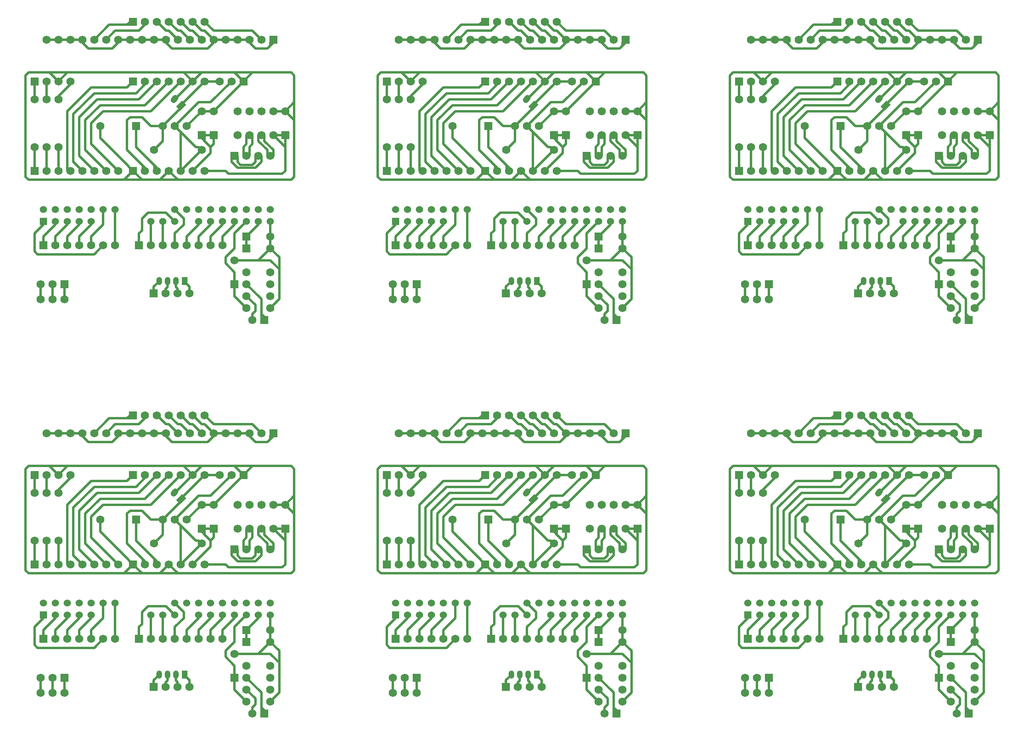
<source format=gbr>
G04 #@! TF.FileFunction,Copper,L2,Bot,Signal*
%FSLAX46Y46*%
G04 Gerber Fmt 4.6, Leading zero omitted, Abs format (unit mm)*
G04 Created by KiCad (PCBNEW 4.0.7-e2-6376~58~ubuntu16.04.1) date Mon Dec 10 15:36:52 2018*
%MOMM*%
%LPD*%
G01*
G04 APERTURE LIST*
%ADD10C,0.100000*%
%ADD11R,1.750000X1.750000*%
%ADD12C,1.750000*%
%ADD13R,1.524000X1.524000*%
%ADD14C,1.524000*%
%ADD15C,1.250000*%
%ADD16O,1.200000X1.750000*%
%ADD17R,1.200000X1.750000*%
%ADD18C,0.500000*%
G04 APERTURE END LIST*
D10*
D11*
X31750000Y-146050000D03*
D12*
X34290000Y-146050000D03*
X36830000Y-146050000D03*
X39370000Y-146050000D03*
X41910000Y-146050000D03*
X44450000Y-146050000D03*
X46990000Y-146050000D03*
X49530000Y-146050000D03*
D11*
X80645000Y-177800000D03*
D12*
X78105000Y-177800000D03*
D11*
X76835000Y-160020000D03*
D12*
X81915000Y-160020000D03*
D11*
X74295000Y-170180000D03*
D12*
X74295000Y-165100000D03*
D13*
X33655000Y-156845000D03*
D14*
X33655000Y-154305000D03*
X36195000Y-156845000D03*
X36195000Y-154305000D03*
X38735000Y-156845000D03*
X38735000Y-154305000D03*
X41275000Y-156845000D03*
X41275000Y-154305000D03*
X43815000Y-156845000D03*
X43815000Y-154305000D03*
X46355000Y-154305000D03*
X48895000Y-154305000D03*
X56515000Y-156845000D03*
X59055000Y-156845000D03*
X61595000Y-156845000D03*
X61595000Y-154305000D03*
X64135000Y-154305000D03*
X66675000Y-156845000D03*
X66675000Y-154305000D03*
X69215000Y-156845000D03*
X69215000Y-154305000D03*
X71755000Y-156845000D03*
X71755000Y-154305000D03*
X74295000Y-156845000D03*
X74295000Y-154305000D03*
X76835000Y-156845000D03*
X76835000Y-154305000D03*
X79375000Y-156845000D03*
X79375000Y-154305000D03*
X81915000Y-156845000D03*
X81915000Y-154305000D03*
D11*
X33655000Y-161925000D03*
D12*
X36195000Y-161925000D03*
X38735000Y-161925000D03*
X41275000Y-161925000D03*
X43815000Y-161925000D03*
X46355000Y-161925000D03*
X48895000Y-161925000D03*
D11*
X53975000Y-161925000D03*
D12*
X56515000Y-161925000D03*
X59055000Y-161925000D03*
X61595000Y-161925000D03*
X64135000Y-161925000D03*
X66675000Y-161925000D03*
X69215000Y-161925000D03*
X71755000Y-161925000D03*
D11*
X57125660Y-172155429D03*
D12*
X59665660Y-172155429D03*
X62205660Y-172155429D03*
X64745660Y-172155429D03*
X35572764Y-173407606D03*
X33032764Y-173407606D03*
X38112764Y-173407606D03*
X61595000Y-136525000D03*
X59055000Y-136525000D03*
X64135000Y-136525000D03*
X67310000Y-141605000D03*
X57150000Y-141605000D03*
X31750000Y-140970000D03*
X31750000Y-130810000D03*
X34290000Y-140970000D03*
X34290000Y-130810000D03*
X36830000Y-140970000D03*
X36830000Y-130810000D03*
D11*
X31750000Y-127000000D03*
D12*
X34290000Y-127000000D03*
X36830000Y-127000000D03*
X39370000Y-127000000D03*
D11*
X52705000Y-127000000D03*
D12*
X55245000Y-127000000D03*
X57785000Y-127000000D03*
X60325000Y-127000000D03*
X62865000Y-127000000D03*
X65405000Y-127000000D03*
X67945000Y-127000000D03*
D11*
X76200000Y-127000000D03*
D12*
X73660000Y-127000000D03*
X71120000Y-127000000D03*
D11*
X38112765Y-170232605D03*
D12*
X35572765Y-170232605D03*
X33032765Y-170232605D03*
D11*
X67310000Y-138430000D03*
D12*
X67310000Y-133350000D03*
D11*
X85090000Y-138430000D03*
D12*
X85090000Y-133350000D03*
D10*
G36*
X64009080Y-131986643D02*
X62771643Y-133224080D01*
X61887760Y-132340197D01*
X63125197Y-131102760D01*
X64009080Y-131986643D01*
X64009080Y-131986643D01*
G37*
D15*
X61334803Y-130903357D02*
X61688357Y-130549803D01*
D11*
X82550000Y-118110000D03*
D12*
X80010000Y-118110000D03*
X77470000Y-118110000D03*
X74930000Y-118110000D03*
X72390000Y-118110000D03*
X69850000Y-118110000D03*
X67310000Y-118110000D03*
X64770000Y-118110000D03*
X62230000Y-118110000D03*
X59690000Y-118110000D03*
X57150000Y-118110000D03*
X54610000Y-118110000D03*
X52070000Y-118110000D03*
X49530000Y-118110000D03*
X46990000Y-118110000D03*
X44450000Y-118110000D03*
X41910000Y-118110000D03*
X39370000Y-118110000D03*
X36830000Y-118110000D03*
X34290000Y-118110000D03*
D11*
X52705000Y-114300000D03*
D12*
X55245000Y-114300000D03*
X57785000Y-114300000D03*
X60325000Y-114300000D03*
X62865000Y-114300000D03*
X65405000Y-114300000D03*
X67945000Y-114300000D03*
D11*
X69850000Y-138430000D03*
D12*
X74930000Y-138430000D03*
X77470000Y-138430000D03*
X80010000Y-138430000D03*
X82550000Y-138430000D03*
X82550000Y-133350000D03*
X80010000Y-133350000D03*
X77470000Y-133350000D03*
X74930000Y-133350000D03*
X69850000Y-133350000D03*
D11*
X52705000Y-146050000D03*
D12*
X55245000Y-146050000D03*
X57785000Y-146050000D03*
X60325000Y-146050000D03*
X62865000Y-146050000D03*
X65405000Y-146050000D03*
X67945000Y-146050000D03*
D11*
X74295000Y-142875000D03*
D12*
X76835000Y-142875000D03*
X79375000Y-142875000D03*
X81915000Y-142875000D03*
D11*
X76835000Y-162560000D03*
D12*
X76835000Y-167640000D03*
X76835000Y-170180000D03*
X76835000Y-172720000D03*
X76835000Y-175260000D03*
X81915000Y-175260000D03*
X81915000Y-172720000D03*
X81915000Y-170180000D03*
X81915000Y-167640000D03*
X81915000Y-162560000D03*
D16*
X58260000Y-169545000D03*
D17*
X63660000Y-169545000D03*
D16*
X61860000Y-169545000D03*
X60060000Y-169545000D03*
D11*
X53340000Y-136525000D03*
D12*
X45720000Y-136525000D03*
D11*
X128270000Y-136525000D03*
D12*
X120650000Y-136525000D03*
D16*
X133190000Y-169545000D03*
D17*
X138590000Y-169545000D03*
D16*
X136790000Y-169545000D03*
X134990000Y-169545000D03*
D11*
X151765000Y-162560000D03*
D12*
X151765000Y-167640000D03*
X151765000Y-170180000D03*
X151765000Y-172720000D03*
X151765000Y-175260000D03*
X156845000Y-175260000D03*
X156845000Y-172720000D03*
X156845000Y-170180000D03*
X156845000Y-167640000D03*
X156845000Y-162560000D03*
D11*
X149225000Y-142875000D03*
D12*
X151765000Y-142875000D03*
X154305000Y-142875000D03*
X156845000Y-142875000D03*
D11*
X127635000Y-146050000D03*
D12*
X130175000Y-146050000D03*
X132715000Y-146050000D03*
X135255000Y-146050000D03*
X137795000Y-146050000D03*
X140335000Y-146050000D03*
X142875000Y-146050000D03*
D11*
X144780000Y-138430000D03*
D12*
X149860000Y-138430000D03*
X152400000Y-138430000D03*
X154940000Y-138430000D03*
X157480000Y-138430000D03*
X157480000Y-133350000D03*
X154940000Y-133350000D03*
X152400000Y-133350000D03*
X149860000Y-133350000D03*
X144780000Y-133350000D03*
D11*
X127635000Y-114300000D03*
D12*
X130175000Y-114300000D03*
X132715000Y-114300000D03*
X135255000Y-114300000D03*
X137795000Y-114300000D03*
X140335000Y-114300000D03*
X142875000Y-114300000D03*
D11*
X157480000Y-118110000D03*
D12*
X154940000Y-118110000D03*
X152400000Y-118110000D03*
X149860000Y-118110000D03*
X147320000Y-118110000D03*
X144780000Y-118110000D03*
X142240000Y-118110000D03*
X139700000Y-118110000D03*
X137160000Y-118110000D03*
X134620000Y-118110000D03*
X132080000Y-118110000D03*
X129540000Y-118110000D03*
X127000000Y-118110000D03*
X124460000Y-118110000D03*
X121920000Y-118110000D03*
X119380000Y-118110000D03*
X116840000Y-118110000D03*
X114300000Y-118110000D03*
X111760000Y-118110000D03*
X109220000Y-118110000D03*
D10*
G36*
X138939080Y-131986643D02*
X137701643Y-133224080D01*
X136817760Y-132340197D01*
X138055197Y-131102760D01*
X138939080Y-131986643D01*
X138939080Y-131986643D01*
G37*
D15*
X136264803Y-130903357D02*
X136618357Y-130549803D01*
D11*
X160020000Y-138430000D03*
D12*
X160020000Y-133350000D03*
D11*
X142240000Y-138430000D03*
D12*
X142240000Y-133350000D03*
D11*
X113042765Y-170232605D03*
D12*
X110502765Y-170232605D03*
X107962765Y-170232605D03*
D11*
X151130000Y-127000000D03*
D12*
X148590000Y-127000000D03*
X146050000Y-127000000D03*
D11*
X127635000Y-127000000D03*
D12*
X130175000Y-127000000D03*
X132715000Y-127000000D03*
X135255000Y-127000000D03*
X137795000Y-127000000D03*
X140335000Y-127000000D03*
X142875000Y-127000000D03*
D11*
X106680000Y-127000000D03*
D12*
X109220000Y-127000000D03*
X111760000Y-127000000D03*
X114300000Y-127000000D03*
X111760000Y-140970000D03*
X111760000Y-130810000D03*
X109220000Y-140970000D03*
X109220000Y-130810000D03*
X106680000Y-140970000D03*
X106680000Y-130810000D03*
X142240000Y-141605000D03*
X132080000Y-141605000D03*
X136525000Y-136525000D03*
X133985000Y-136525000D03*
X139065000Y-136525000D03*
X110502764Y-173407606D03*
X107962764Y-173407606D03*
X113042764Y-173407606D03*
D11*
X132055660Y-172155429D03*
D12*
X134595660Y-172155429D03*
X137135660Y-172155429D03*
X139675660Y-172155429D03*
D11*
X128905000Y-161925000D03*
D12*
X131445000Y-161925000D03*
X133985000Y-161925000D03*
X136525000Y-161925000D03*
X139065000Y-161925000D03*
X141605000Y-161925000D03*
X144145000Y-161925000D03*
X146685000Y-161925000D03*
D11*
X108585000Y-161925000D03*
D12*
X111125000Y-161925000D03*
X113665000Y-161925000D03*
X116205000Y-161925000D03*
X118745000Y-161925000D03*
X121285000Y-161925000D03*
X123825000Y-161925000D03*
D13*
X108585000Y-156845000D03*
D14*
X108585000Y-154305000D03*
X111125000Y-156845000D03*
X111125000Y-154305000D03*
X113665000Y-156845000D03*
X113665000Y-154305000D03*
X116205000Y-156845000D03*
X116205000Y-154305000D03*
X118745000Y-156845000D03*
X118745000Y-154305000D03*
X121285000Y-154305000D03*
X123825000Y-154305000D03*
X131445000Y-156845000D03*
X133985000Y-156845000D03*
X136525000Y-156845000D03*
X136525000Y-154305000D03*
X139065000Y-154305000D03*
X141605000Y-156845000D03*
X141605000Y-154305000D03*
X144145000Y-156845000D03*
X144145000Y-154305000D03*
X146685000Y-156845000D03*
X146685000Y-154305000D03*
X149225000Y-156845000D03*
X149225000Y-154305000D03*
X151765000Y-156845000D03*
X151765000Y-154305000D03*
X154305000Y-156845000D03*
X154305000Y-154305000D03*
X156845000Y-156845000D03*
X156845000Y-154305000D03*
D11*
X149225000Y-170180000D03*
D12*
X149225000Y-165100000D03*
D11*
X151765000Y-160020000D03*
D12*
X156845000Y-160020000D03*
D11*
X155575000Y-177800000D03*
D12*
X153035000Y-177800000D03*
D11*
X106680000Y-146050000D03*
D12*
X109220000Y-146050000D03*
X111760000Y-146050000D03*
X114300000Y-146050000D03*
X116840000Y-146050000D03*
X119380000Y-146050000D03*
X121920000Y-146050000D03*
X124460000Y-146050000D03*
D11*
X203200000Y-136525000D03*
D12*
X195580000Y-136525000D03*
D16*
X208120000Y-169545000D03*
D17*
X213520000Y-169545000D03*
D16*
X211720000Y-169545000D03*
X209920000Y-169545000D03*
D11*
X226695000Y-162560000D03*
D12*
X226695000Y-167640000D03*
X226695000Y-170180000D03*
X226695000Y-172720000D03*
X226695000Y-175260000D03*
X231775000Y-175260000D03*
X231775000Y-172720000D03*
X231775000Y-170180000D03*
X231775000Y-167640000D03*
X231775000Y-162560000D03*
D11*
X224155000Y-142875000D03*
D12*
X226695000Y-142875000D03*
X229235000Y-142875000D03*
X231775000Y-142875000D03*
D11*
X202565000Y-146050000D03*
D12*
X205105000Y-146050000D03*
X207645000Y-146050000D03*
X210185000Y-146050000D03*
X212725000Y-146050000D03*
X215265000Y-146050000D03*
X217805000Y-146050000D03*
D11*
X219710000Y-138430000D03*
D12*
X224790000Y-138430000D03*
X227330000Y-138430000D03*
X229870000Y-138430000D03*
X232410000Y-138430000D03*
X232410000Y-133350000D03*
X229870000Y-133350000D03*
X227330000Y-133350000D03*
X224790000Y-133350000D03*
X219710000Y-133350000D03*
D11*
X202565000Y-114300000D03*
D12*
X205105000Y-114300000D03*
X207645000Y-114300000D03*
X210185000Y-114300000D03*
X212725000Y-114300000D03*
X215265000Y-114300000D03*
X217805000Y-114300000D03*
D11*
X232410000Y-118110000D03*
D12*
X229870000Y-118110000D03*
X227330000Y-118110000D03*
X224790000Y-118110000D03*
X222250000Y-118110000D03*
X219710000Y-118110000D03*
X217170000Y-118110000D03*
X214630000Y-118110000D03*
X212090000Y-118110000D03*
X209550000Y-118110000D03*
X207010000Y-118110000D03*
X204470000Y-118110000D03*
X201930000Y-118110000D03*
X199390000Y-118110000D03*
X196850000Y-118110000D03*
X194310000Y-118110000D03*
X191770000Y-118110000D03*
X189230000Y-118110000D03*
X186690000Y-118110000D03*
X184150000Y-118110000D03*
D10*
G36*
X213869080Y-131986643D02*
X212631643Y-133224080D01*
X211747760Y-132340197D01*
X212985197Y-131102760D01*
X213869080Y-131986643D01*
X213869080Y-131986643D01*
G37*
D15*
X211194803Y-130903357D02*
X211548357Y-130549803D01*
D11*
X234950000Y-138430000D03*
D12*
X234950000Y-133350000D03*
D11*
X217170000Y-138430000D03*
D12*
X217170000Y-133350000D03*
D11*
X187972765Y-170232605D03*
D12*
X185432765Y-170232605D03*
X182892765Y-170232605D03*
D11*
X226060000Y-127000000D03*
D12*
X223520000Y-127000000D03*
X220980000Y-127000000D03*
D11*
X202565000Y-127000000D03*
D12*
X205105000Y-127000000D03*
X207645000Y-127000000D03*
X210185000Y-127000000D03*
X212725000Y-127000000D03*
X215265000Y-127000000D03*
X217805000Y-127000000D03*
D11*
X181610000Y-127000000D03*
D12*
X184150000Y-127000000D03*
X186690000Y-127000000D03*
X189230000Y-127000000D03*
X186690000Y-140970000D03*
X186690000Y-130810000D03*
X184150000Y-140970000D03*
X184150000Y-130810000D03*
X181610000Y-140970000D03*
X181610000Y-130810000D03*
X217170000Y-141605000D03*
X207010000Y-141605000D03*
X211455000Y-136525000D03*
X208915000Y-136525000D03*
X213995000Y-136525000D03*
X185432764Y-173407606D03*
X182892764Y-173407606D03*
X187972764Y-173407606D03*
D11*
X206985660Y-172155429D03*
D12*
X209525660Y-172155429D03*
X212065660Y-172155429D03*
X214605660Y-172155429D03*
D11*
X203835000Y-161925000D03*
D12*
X206375000Y-161925000D03*
X208915000Y-161925000D03*
X211455000Y-161925000D03*
X213995000Y-161925000D03*
X216535000Y-161925000D03*
X219075000Y-161925000D03*
X221615000Y-161925000D03*
D11*
X183515000Y-161925000D03*
D12*
X186055000Y-161925000D03*
X188595000Y-161925000D03*
X191135000Y-161925000D03*
X193675000Y-161925000D03*
X196215000Y-161925000D03*
X198755000Y-161925000D03*
D13*
X183515000Y-156845000D03*
D14*
X183515000Y-154305000D03*
X186055000Y-156845000D03*
X186055000Y-154305000D03*
X188595000Y-156845000D03*
X188595000Y-154305000D03*
X191135000Y-156845000D03*
X191135000Y-154305000D03*
X193675000Y-156845000D03*
X193675000Y-154305000D03*
X196215000Y-154305000D03*
X198755000Y-154305000D03*
X206375000Y-156845000D03*
X208915000Y-156845000D03*
X211455000Y-156845000D03*
X211455000Y-154305000D03*
X213995000Y-154305000D03*
X216535000Y-156845000D03*
X216535000Y-154305000D03*
X219075000Y-156845000D03*
X219075000Y-154305000D03*
X221615000Y-156845000D03*
X221615000Y-154305000D03*
X224155000Y-156845000D03*
X224155000Y-154305000D03*
X226695000Y-156845000D03*
X226695000Y-154305000D03*
X229235000Y-156845000D03*
X229235000Y-154305000D03*
X231775000Y-156845000D03*
X231775000Y-154305000D03*
D11*
X224155000Y-170180000D03*
D12*
X224155000Y-165100000D03*
D11*
X226695000Y-160020000D03*
D12*
X231775000Y-160020000D03*
D11*
X230505000Y-177800000D03*
D12*
X227965000Y-177800000D03*
D11*
X181610000Y-146050000D03*
D12*
X184150000Y-146050000D03*
X186690000Y-146050000D03*
X189230000Y-146050000D03*
X191770000Y-146050000D03*
X194310000Y-146050000D03*
X196850000Y-146050000D03*
X199390000Y-146050000D03*
D11*
X181610000Y-62230000D03*
D12*
X184150000Y-62230000D03*
X186690000Y-62230000D03*
X189230000Y-62230000D03*
X191770000Y-62230000D03*
X194310000Y-62230000D03*
X196850000Y-62230000D03*
X199390000Y-62230000D03*
D11*
X230505000Y-93980000D03*
D12*
X227965000Y-93980000D03*
D11*
X226695000Y-76200000D03*
D12*
X231775000Y-76200000D03*
D11*
X224155000Y-86360000D03*
D12*
X224155000Y-81280000D03*
D13*
X183515000Y-73025000D03*
D14*
X183515000Y-70485000D03*
X186055000Y-73025000D03*
X186055000Y-70485000D03*
X188595000Y-73025000D03*
X188595000Y-70485000D03*
X191135000Y-73025000D03*
X191135000Y-70485000D03*
X193675000Y-73025000D03*
X193675000Y-70485000D03*
X196215000Y-70485000D03*
X198755000Y-70485000D03*
X206375000Y-73025000D03*
X208915000Y-73025000D03*
X211455000Y-73025000D03*
X211455000Y-70485000D03*
X213995000Y-70485000D03*
X216535000Y-73025000D03*
X216535000Y-70485000D03*
X219075000Y-73025000D03*
X219075000Y-70485000D03*
X221615000Y-73025000D03*
X221615000Y-70485000D03*
X224155000Y-73025000D03*
X224155000Y-70485000D03*
X226695000Y-73025000D03*
X226695000Y-70485000D03*
X229235000Y-73025000D03*
X229235000Y-70485000D03*
X231775000Y-73025000D03*
X231775000Y-70485000D03*
D11*
X183515000Y-78105000D03*
D12*
X186055000Y-78105000D03*
X188595000Y-78105000D03*
X191135000Y-78105000D03*
X193675000Y-78105000D03*
X196215000Y-78105000D03*
X198755000Y-78105000D03*
D11*
X203835000Y-78105000D03*
D12*
X206375000Y-78105000D03*
X208915000Y-78105000D03*
X211455000Y-78105000D03*
X213995000Y-78105000D03*
X216535000Y-78105000D03*
X219075000Y-78105000D03*
X221615000Y-78105000D03*
D11*
X206985660Y-88335429D03*
D12*
X209525660Y-88335429D03*
X212065660Y-88335429D03*
X214605660Y-88335429D03*
X185432764Y-89587606D03*
X182892764Y-89587606D03*
X187972764Y-89587606D03*
X211455000Y-52705000D03*
X208915000Y-52705000D03*
X213995000Y-52705000D03*
X217170000Y-57785000D03*
X207010000Y-57785000D03*
X181610000Y-57150000D03*
X181610000Y-46990000D03*
X184150000Y-57150000D03*
X184150000Y-46990000D03*
X186690000Y-57150000D03*
X186690000Y-46990000D03*
D11*
X181610000Y-43180000D03*
D12*
X184150000Y-43180000D03*
X186690000Y-43180000D03*
X189230000Y-43180000D03*
D11*
X202565000Y-43180000D03*
D12*
X205105000Y-43180000D03*
X207645000Y-43180000D03*
X210185000Y-43180000D03*
X212725000Y-43180000D03*
X215265000Y-43180000D03*
X217805000Y-43180000D03*
D11*
X226060000Y-43180000D03*
D12*
X223520000Y-43180000D03*
X220980000Y-43180000D03*
D11*
X187972765Y-86412605D03*
D12*
X185432765Y-86412605D03*
X182892765Y-86412605D03*
D11*
X217170000Y-54610000D03*
D12*
X217170000Y-49530000D03*
D11*
X234950000Y-54610000D03*
D12*
X234950000Y-49530000D03*
D10*
G36*
X213869080Y-48166643D02*
X212631643Y-49404080D01*
X211747760Y-48520197D01*
X212985197Y-47282760D01*
X213869080Y-48166643D01*
X213869080Y-48166643D01*
G37*
D15*
X211194803Y-47083357D02*
X211548357Y-46729803D01*
D11*
X232410000Y-34290000D03*
D12*
X229870000Y-34290000D03*
X227330000Y-34290000D03*
X224790000Y-34290000D03*
X222250000Y-34290000D03*
X219710000Y-34290000D03*
X217170000Y-34290000D03*
X214630000Y-34290000D03*
X212090000Y-34290000D03*
X209550000Y-34290000D03*
X207010000Y-34290000D03*
X204470000Y-34290000D03*
X201930000Y-34290000D03*
X199390000Y-34290000D03*
X196850000Y-34290000D03*
X194310000Y-34290000D03*
X191770000Y-34290000D03*
X189230000Y-34290000D03*
X186690000Y-34290000D03*
X184150000Y-34290000D03*
D11*
X202565000Y-30480000D03*
D12*
X205105000Y-30480000D03*
X207645000Y-30480000D03*
X210185000Y-30480000D03*
X212725000Y-30480000D03*
X215265000Y-30480000D03*
X217805000Y-30480000D03*
D11*
X219710000Y-54610000D03*
D12*
X224790000Y-54610000D03*
X227330000Y-54610000D03*
X229870000Y-54610000D03*
X232410000Y-54610000D03*
X232410000Y-49530000D03*
X229870000Y-49530000D03*
X227330000Y-49530000D03*
X224790000Y-49530000D03*
X219710000Y-49530000D03*
D11*
X202565000Y-62230000D03*
D12*
X205105000Y-62230000D03*
X207645000Y-62230000D03*
X210185000Y-62230000D03*
X212725000Y-62230000D03*
X215265000Y-62230000D03*
X217805000Y-62230000D03*
D11*
X224155000Y-59055000D03*
D12*
X226695000Y-59055000D03*
X229235000Y-59055000D03*
X231775000Y-59055000D03*
D11*
X226695000Y-78740000D03*
D12*
X226695000Y-83820000D03*
X226695000Y-86360000D03*
X226695000Y-88900000D03*
X226695000Y-91440000D03*
X231775000Y-91440000D03*
X231775000Y-88900000D03*
X231775000Y-86360000D03*
X231775000Y-83820000D03*
X231775000Y-78740000D03*
D16*
X208120000Y-85725000D03*
D17*
X213520000Y-85725000D03*
D16*
X211720000Y-85725000D03*
X209920000Y-85725000D03*
D11*
X203200000Y-52705000D03*
D12*
X195580000Y-52705000D03*
D11*
X106680000Y-62230000D03*
D12*
X109220000Y-62230000D03*
X111760000Y-62230000D03*
X114300000Y-62230000D03*
X116840000Y-62230000D03*
X119380000Y-62230000D03*
X121920000Y-62230000D03*
X124460000Y-62230000D03*
D11*
X155575000Y-93980000D03*
D12*
X153035000Y-93980000D03*
D11*
X151765000Y-76200000D03*
D12*
X156845000Y-76200000D03*
D11*
X149225000Y-86360000D03*
D12*
X149225000Y-81280000D03*
D13*
X108585000Y-73025000D03*
D14*
X108585000Y-70485000D03*
X111125000Y-73025000D03*
X111125000Y-70485000D03*
X113665000Y-73025000D03*
X113665000Y-70485000D03*
X116205000Y-73025000D03*
X116205000Y-70485000D03*
X118745000Y-73025000D03*
X118745000Y-70485000D03*
X121285000Y-70485000D03*
X123825000Y-70485000D03*
X131445000Y-73025000D03*
X133985000Y-73025000D03*
X136525000Y-73025000D03*
X136525000Y-70485000D03*
X139065000Y-70485000D03*
X141605000Y-73025000D03*
X141605000Y-70485000D03*
X144145000Y-73025000D03*
X144145000Y-70485000D03*
X146685000Y-73025000D03*
X146685000Y-70485000D03*
X149225000Y-73025000D03*
X149225000Y-70485000D03*
X151765000Y-73025000D03*
X151765000Y-70485000D03*
X154305000Y-73025000D03*
X154305000Y-70485000D03*
X156845000Y-73025000D03*
X156845000Y-70485000D03*
D11*
X108585000Y-78105000D03*
D12*
X111125000Y-78105000D03*
X113665000Y-78105000D03*
X116205000Y-78105000D03*
X118745000Y-78105000D03*
X121285000Y-78105000D03*
X123825000Y-78105000D03*
D11*
X128905000Y-78105000D03*
D12*
X131445000Y-78105000D03*
X133985000Y-78105000D03*
X136525000Y-78105000D03*
X139065000Y-78105000D03*
X141605000Y-78105000D03*
X144145000Y-78105000D03*
X146685000Y-78105000D03*
D11*
X132055660Y-88335429D03*
D12*
X134595660Y-88335429D03*
X137135660Y-88335429D03*
X139675660Y-88335429D03*
X110502764Y-89587606D03*
X107962764Y-89587606D03*
X113042764Y-89587606D03*
X136525000Y-52705000D03*
X133985000Y-52705000D03*
X139065000Y-52705000D03*
X142240000Y-57785000D03*
X132080000Y-57785000D03*
X106680000Y-57150000D03*
X106680000Y-46990000D03*
X109220000Y-57150000D03*
X109220000Y-46990000D03*
X111760000Y-57150000D03*
X111760000Y-46990000D03*
D11*
X106680000Y-43180000D03*
D12*
X109220000Y-43180000D03*
X111760000Y-43180000D03*
X114300000Y-43180000D03*
D11*
X127635000Y-43180000D03*
D12*
X130175000Y-43180000D03*
X132715000Y-43180000D03*
X135255000Y-43180000D03*
X137795000Y-43180000D03*
X140335000Y-43180000D03*
X142875000Y-43180000D03*
D11*
X151130000Y-43180000D03*
D12*
X148590000Y-43180000D03*
X146050000Y-43180000D03*
D11*
X113042765Y-86412605D03*
D12*
X110502765Y-86412605D03*
X107962765Y-86412605D03*
D11*
X142240000Y-54610000D03*
D12*
X142240000Y-49530000D03*
D11*
X160020000Y-54610000D03*
D12*
X160020000Y-49530000D03*
D10*
G36*
X138939080Y-48166643D02*
X137701643Y-49404080D01*
X136817760Y-48520197D01*
X138055197Y-47282760D01*
X138939080Y-48166643D01*
X138939080Y-48166643D01*
G37*
D15*
X136264803Y-47083357D02*
X136618357Y-46729803D01*
D11*
X157480000Y-34290000D03*
D12*
X154940000Y-34290000D03*
X152400000Y-34290000D03*
X149860000Y-34290000D03*
X147320000Y-34290000D03*
X144780000Y-34290000D03*
X142240000Y-34290000D03*
X139700000Y-34290000D03*
X137160000Y-34290000D03*
X134620000Y-34290000D03*
X132080000Y-34290000D03*
X129540000Y-34290000D03*
X127000000Y-34290000D03*
X124460000Y-34290000D03*
X121920000Y-34290000D03*
X119380000Y-34290000D03*
X116840000Y-34290000D03*
X114300000Y-34290000D03*
X111760000Y-34290000D03*
X109220000Y-34290000D03*
D11*
X127635000Y-30480000D03*
D12*
X130175000Y-30480000D03*
X132715000Y-30480000D03*
X135255000Y-30480000D03*
X137795000Y-30480000D03*
X140335000Y-30480000D03*
X142875000Y-30480000D03*
D11*
X144780000Y-54610000D03*
D12*
X149860000Y-54610000D03*
X152400000Y-54610000D03*
X154940000Y-54610000D03*
X157480000Y-54610000D03*
X157480000Y-49530000D03*
X154940000Y-49530000D03*
X152400000Y-49530000D03*
X149860000Y-49530000D03*
X144780000Y-49530000D03*
D11*
X127635000Y-62230000D03*
D12*
X130175000Y-62230000D03*
X132715000Y-62230000D03*
X135255000Y-62230000D03*
X137795000Y-62230000D03*
X140335000Y-62230000D03*
X142875000Y-62230000D03*
D11*
X149225000Y-59055000D03*
D12*
X151765000Y-59055000D03*
X154305000Y-59055000D03*
X156845000Y-59055000D03*
D11*
X151765000Y-78740000D03*
D12*
X151765000Y-83820000D03*
X151765000Y-86360000D03*
X151765000Y-88900000D03*
X151765000Y-91440000D03*
X156845000Y-91440000D03*
X156845000Y-88900000D03*
X156845000Y-86360000D03*
X156845000Y-83820000D03*
X156845000Y-78740000D03*
D16*
X133190000Y-85725000D03*
D17*
X138590000Y-85725000D03*
D16*
X136790000Y-85725000D03*
X134990000Y-85725000D03*
D11*
X128270000Y-52705000D03*
D12*
X120650000Y-52705000D03*
D11*
X53340000Y-52705000D03*
D12*
X45720000Y-52705000D03*
D16*
X58260000Y-85725000D03*
D17*
X63660000Y-85725000D03*
D16*
X61860000Y-85725000D03*
X60060000Y-85725000D03*
D11*
X76835000Y-78740000D03*
D12*
X76835000Y-83820000D03*
X76835000Y-86360000D03*
X76835000Y-88900000D03*
X76835000Y-91440000D03*
X81915000Y-91440000D03*
X81915000Y-88900000D03*
X81915000Y-86360000D03*
X81915000Y-83820000D03*
X81915000Y-78740000D03*
D11*
X74295000Y-59055000D03*
D12*
X76835000Y-59055000D03*
X79375000Y-59055000D03*
X81915000Y-59055000D03*
D11*
X52705000Y-62230000D03*
D12*
X55245000Y-62230000D03*
X57785000Y-62230000D03*
X60325000Y-62230000D03*
X62865000Y-62230000D03*
X65405000Y-62230000D03*
X67945000Y-62230000D03*
D11*
X69850000Y-54610000D03*
D12*
X74930000Y-54610000D03*
X77470000Y-54610000D03*
X80010000Y-54610000D03*
X82550000Y-54610000D03*
X82550000Y-49530000D03*
X80010000Y-49530000D03*
X77470000Y-49530000D03*
X74930000Y-49530000D03*
X69850000Y-49530000D03*
D11*
X52705000Y-30480000D03*
D12*
X55245000Y-30480000D03*
X57785000Y-30480000D03*
X60325000Y-30480000D03*
X62865000Y-30480000D03*
X65405000Y-30480000D03*
X67945000Y-30480000D03*
D11*
X82550000Y-34290000D03*
D12*
X80010000Y-34290000D03*
X77470000Y-34290000D03*
X74930000Y-34290000D03*
X72390000Y-34290000D03*
X69850000Y-34290000D03*
X67310000Y-34290000D03*
X64770000Y-34290000D03*
X62230000Y-34290000D03*
X59690000Y-34290000D03*
X57150000Y-34290000D03*
X54610000Y-34290000D03*
X52070000Y-34290000D03*
X49530000Y-34290000D03*
X46990000Y-34290000D03*
X44450000Y-34290000D03*
X41910000Y-34290000D03*
X39370000Y-34290000D03*
X36830000Y-34290000D03*
X34290000Y-34290000D03*
D10*
G36*
X64009080Y-48166643D02*
X62771643Y-49404080D01*
X61887760Y-48520197D01*
X63125197Y-47282760D01*
X64009080Y-48166643D01*
X64009080Y-48166643D01*
G37*
D15*
X61334803Y-47083357D02*
X61688357Y-46729803D01*
D11*
X85090000Y-54610000D03*
D12*
X85090000Y-49530000D03*
D11*
X67310000Y-54610000D03*
D12*
X67310000Y-49530000D03*
D11*
X38112765Y-86412605D03*
D12*
X35572765Y-86412605D03*
X33032765Y-86412605D03*
D11*
X76200000Y-43180000D03*
D12*
X73660000Y-43180000D03*
X71120000Y-43180000D03*
D11*
X52705000Y-43180000D03*
D12*
X55245000Y-43180000D03*
X57785000Y-43180000D03*
X60325000Y-43180000D03*
X62865000Y-43180000D03*
X65405000Y-43180000D03*
X67945000Y-43180000D03*
D11*
X31750000Y-43180000D03*
D12*
X34290000Y-43180000D03*
X36830000Y-43180000D03*
X39370000Y-43180000D03*
X36830000Y-57150000D03*
X36830000Y-46990000D03*
X34290000Y-57150000D03*
X34290000Y-46990000D03*
X31750000Y-57150000D03*
X31750000Y-46990000D03*
X67310000Y-57785000D03*
X57150000Y-57785000D03*
X61595000Y-52705000D03*
X59055000Y-52705000D03*
X64135000Y-52705000D03*
X35572764Y-89587606D03*
X33032764Y-89587606D03*
X38112764Y-89587606D03*
D11*
X57125660Y-88335429D03*
D12*
X59665660Y-88335429D03*
X62205660Y-88335429D03*
X64745660Y-88335429D03*
D11*
X53975000Y-78105000D03*
D12*
X56515000Y-78105000D03*
X59055000Y-78105000D03*
X61595000Y-78105000D03*
X64135000Y-78105000D03*
X66675000Y-78105000D03*
X69215000Y-78105000D03*
X71755000Y-78105000D03*
D11*
X33655000Y-78105000D03*
D12*
X36195000Y-78105000D03*
X38735000Y-78105000D03*
X41275000Y-78105000D03*
X43815000Y-78105000D03*
X46355000Y-78105000D03*
X48895000Y-78105000D03*
D13*
X33655000Y-73025000D03*
D14*
X33655000Y-70485000D03*
X36195000Y-73025000D03*
X36195000Y-70485000D03*
X38735000Y-73025000D03*
X38735000Y-70485000D03*
X41275000Y-73025000D03*
X41275000Y-70485000D03*
X43815000Y-73025000D03*
X43815000Y-70485000D03*
X46355000Y-70485000D03*
X48895000Y-70485000D03*
X56515000Y-73025000D03*
X59055000Y-73025000D03*
X61595000Y-73025000D03*
X61595000Y-70485000D03*
X64135000Y-70485000D03*
X66675000Y-73025000D03*
X66675000Y-70485000D03*
X69215000Y-73025000D03*
X69215000Y-70485000D03*
X71755000Y-73025000D03*
X71755000Y-70485000D03*
X74295000Y-73025000D03*
X74295000Y-70485000D03*
X76835000Y-73025000D03*
X76835000Y-70485000D03*
X79375000Y-73025000D03*
X79375000Y-70485000D03*
X81915000Y-73025000D03*
X81915000Y-70485000D03*
D11*
X74295000Y-86360000D03*
D12*
X74295000Y-81280000D03*
D11*
X76835000Y-76200000D03*
D12*
X81915000Y-76200000D03*
D11*
X80645000Y-93980000D03*
D12*
X78105000Y-93980000D03*
D11*
X31750000Y-62230000D03*
D12*
X34290000Y-62230000D03*
X36830000Y-62230000D03*
X39370000Y-62230000D03*
X41910000Y-62230000D03*
X44450000Y-62230000D03*
X46990000Y-62230000D03*
X49530000Y-62230000D03*
D18*
X45653000Y-137033000D02*
X45720000Y-137033000D01*
X45720000Y-137795000D02*
X45720000Y-137033000D01*
X45720000Y-139065000D02*
X45720000Y-137795000D01*
X51752500Y-145097500D02*
X45720000Y-139065000D01*
X51780000Y-145125000D02*
X51752500Y-145097500D01*
X52705000Y-146050000D02*
X51780000Y-145125000D01*
X38735000Y-125095000D02*
X36830000Y-127000000D01*
X63500000Y-125095000D02*
X57150000Y-125095000D01*
X57150000Y-125095000D02*
X53975000Y-125095000D01*
X53975000Y-125095000D02*
X38735000Y-125095000D01*
X36830000Y-127000000D02*
X34925000Y-125095000D01*
X34925000Y-125095000D02*
X38735000Y-125095000D01*
X62230000Y-147955000D02*
X60325000Y-146050000D01*
X30480000Y-147955000D02*
X29845000Y-147320000D01*
X29845000Y-147320000D02*
X29845000Y-132080000D01*
X29845000Y-125730000D02*
X29845000Y-132080000D01*
X30480000Y-125095000D02*
X29845000Y-125730000D01*
X30480000Y-125095000D02*
X34925000Y-125095000D01*
X50800000Y-147955000D02*
X30480000Y-147955000D01*
X54610000Y-147955000D02*
X50800000Y-147955000D01*
X58420000Y-147955000D02*
X54610000Y-147955000D01*
X62230000Y-147955000D02*
X58420000Y-147955000D01*
X52705000Y-146050000D02*
X50800000Y-147955000D01*
X52705000Y-146050000D02*
X54610000Y-147955000D01*
X60325000Y-146050000D02*
X58420000Y-147955000D01*
X64135000Y-125095000D02*
X63500000Y-125095000D01*
X67310000Y-125095000D02*
X64135000Y-125095000D01*
X73025000Y-125095000D02*
X67310000Y-125095000D01*
X74295000Y-125095000D02*
X73025000Y-125095000D01*
X78105000Y-125095000D02*
X74295000Y-125095000D01*
X86995000Y-132080000D02*
X86995000Y-135255000D01*
X86995000Y-128905000D02*
X86995000Y-132080000D01*
X85725000Y-125095000D02*
X86360000Y-125095000D01*
X86995000Y-125730000D02*
X86995000Y-126365000D01*
X86360000Y-125095000D02*
X86995000Y-125730000D01*
X86995000Y-128905000D02*
X86995000Y-126365000D01*
X85725000Y-125095000D02*
X78105000Y-125095000D01*
X86995000Y-147320000D02*
X86995000Y-146685000D01*
X86360000Y-147955000D02*
X86995000Y-147320000D01*
X86995000Y-135255000D02*
X86995000Y-146685000D01*
X85725000Y-147955000D02*
X62230000Y-147955000D01*
X85725000Y-147955000D02*
X86360000Y-147955000D01*
X61678420Y-130726580D02*
X65405000Y-127000000D01*
X61511580Y-130726580D02*
X61678420Y-130726580D01*
X65405000Y-127000000D02*
X63500000Y-125095000D01*
X65405000Y-127000000D02*
X67310000Y-125095000D01*
X76200000Y-127000000D02*
X74295000Y-125095000D01*
X76200000Y-127000000D02*
X78105000Y-125095000D01*
X86995000Y-131445000D02*
X86995000Y-132080000D01*
X85090000Y-133350000D02*
X86995000Y-131445000D01*
X85090000Y-133350000D02*
X86995000Y-135255000D01*
X82550000Y-133350000D02*
X85090000Y-133350000D01*
X64135000Y-136525000D02*
X67310000Y-133350000D01*
X67310000Y-133350000D02*
X69850000Y-133350000D01*
X69850000Y-133350000D02*
X76200000Y-127000000D01*
X45720000Y-137795000D02*
X45720000Y-136525000D01*
X120650000Y-137795000D02*
X120650000Y-136525000D01*
X144780000Y-133350000D02*
X151130000Y-127000000D01*
X142240000Y-133350000D02*
X144780000Y-133350000D01*
X139065000Y-136525000D02*
X142240000Y-133350000D01*
X157480000Y-133350000D02*
X160020000Y-133350000D01*
X160020000Y-133350000D02*
X161925000Y-135255000D01*
X160020000Y-133350000D02*
X161925000Y-131445000D01*
X161925000Y-131445000D02*
X161925000Y-132080000D01*
X151130000Y-127000000D02*
X153035000Y-125095000D01*
X151130000Y-127000000D02*
X149225000Y-125095000D01*
X140335000Y-127000000D02*
X142240000Y-125095000D01*
X140335000Y-127000000D02*
X138430000Y-125095000D01*
X136441580Y-130726580D02*
X136608420Y-130726580D01*
X136608420Y-130726580D02*
X140335000Y-127000000D01*
X160655000Y-147955000D02*
X161290000Y-147955000D01*
X160655000Y-147955000D02*
X137160000Y-147955000D01*
X161925000Y-135255000D02*
X161925000Y-146685000D01*
X161290000Y-147955000D02*
X161925000Y-147320000D01*
X161925000Y-147320000D02*
X161925000Y-146685000D01*
X160655000Y-125095000D02*
X153035000Y-125095000D01*
X161925000Y-128905000D02*
X161925000Y-126365000D01*
X161290000Y-125095000D02*
X161925000Y-125730000D01*
X161925000Y-125730000D02*
X161925000Y-126365000D01*
X160655000Y-125095000D02*
X161290000Y-125095000D01*
X161925000Y-128905000D02*
X161925000Y-132080000D01*
X161925000Y-132080000D02*
X161925000Y-135255000D01*
X153035000Y-125095000D02*
X149225000Y-125095000D01*
X149225000Y-125095000D02*
X147955000Y-125095000D01*
X147955000Y-125095000D02*
X142240000Y-125095000D01*
X142240000Y-125095000D02*
X139065000Y-125095000D01*
X139065000Y-125095000D02*
X138430000Y-125095000D01*
X135255000Y-146050000D02*
X133350000Y-147955000D01*
X127635000Y-146050000D02*
X129540000Y-147955000D01*
X127635000Y-146050000D02*
X125730000Y-147955000D01*
X137160000Y-147955000D02*
X133350000Y-147955000D01*
X133350000Y-147955000D02*
X129540000Y-147955000D01*
X129540000Y-147955000D02*
X125730000Y-147955000D01*
X125730000Y-147955000D02*
X105410000Y-147955000D01*
X105410000Y-125095000D02*
X109855000Y-125095000D01*
X105410000Y-125095000D02*
X104775000Y-125730000D01*
X104775000Y-125730000D02*
X104775000Y-132080000D01*
X104775000Y-147320000D02*
X104775000Y-132080000D01*
X105410000Y-147955000D02*
X104775000Y-147320000D01*
X137160000Y-147955000D02*
X135255000Y-146050000D01*
X109855000Y-125095000D02*
X113665000Y-125095000D01*
X111760000Y-127000000D02*
X109855000Y-125095000D01*
X128905000Y-125095000D02*
X113665000Y-125095000D01*
X132080000Y-125095000D02*
X128905000Y-125095000D01*
X138430000Y-125095000D02*
X132080000Y-125095000D01*
X113665000Y-125095000D02*
X111760000Y-127000000D01*
X127635000Y-146050000D02*
X126710000Y-145125000D01*
X126710000Y-145125000D02*
X126682500Y-145097500D01*
X126682500Y-145097500D02*
X120650000Y-139065000D01*
X120650000Y-139065000D02*
X120650000Y-137795000D01*
X120650000Y-137795000D02*
X120650000Y-137033000D01*
X120583000Y-137033000D02*
X120650000Y-137033000D01*
X195580000Y-137795000D02*
X195580000Y-136525000D01*
X219710000Y-133350000D02*
X226060000Y-127000000D01*
X217170000Y-133350000D02*
X219710000Y-133350000D01*
X213995000Y-136525000D02*
X217170000Y-133350000D01*
X232410000Y-133350000D02*
X234950000Y-133350000D01*
X234950000Y-133350000D02*
X236855000Y-135255000D01*
X234950000Y-133350000D02*
X236855000Y-131445000D01*
X236855000Y-131445000D02*
X236855000Y-132080000D01*
X226060000Y-127000000D02*
X227965000Y-125095000D01*
X226060000Y-127000000D02*
X224155000Y-125095000D01*
X215265000Y-127000000D02*
X217170000Y-125095000D01*
X215265000Y-127000000D02*
X213360000Y-125095000D01*
X211371580Y-130726580D02*
X211538420Y-130726580D01*
X211538420Y-130726580D02*
X215265000Y-127000000D01*
X235585000Y-147955000D02*
X236220000Y-147955000D01*
X235585000Y-147955000D02*
X212090000Y-147955000D01*
X236855000Y-135255000D02*
X236855000Y-146685000D01*
X236220000Y-147955000D02*
X236855000Y-147320000D01*
X236855000Y-147320000D02*
X236855000Y-146685000D01*
X235585000Y-125095000D02*
X227965000Y-125095000D01*
X236855000Y-128905000D02*
X236855000Y-126365000D01*
X236220000Y-125095000D02*
X236855000Y-125730000D01*
X236855000Y-125730000D02*
X236855000Y-126365000D01*
X235585000Y-125095000D02*
X236220000Y-125095000D01*
X236855000Y-128905000D02*
X236855000Y-132080000D01*
X236855000Y-132080000D02*
X236855000Y-135255000D01*
X227965000Y-125095000D02*
X224155000Y-125095000D01*
X224155000Y-125095000D02*
X222885000Y-125095000D01*
X222885000Y-125095000D02*
X217170000Y-125095000D01*
X217170000Y-125095000D02*
X213995000Y-125095000D01*
X213995000Y-125095000D02*
X213360000Y-125095000D01*
X210185000Y-146050000D02*
X208280000Y-147955000D01*
X202565000Y-146050000D02*
X204470000Y-147955000D01*
X202565000Y-146050000D02*
X200660000Y-147955000D01*
X212090000Y-147955000D02*
X208280000Y-147955000D01*
X208280000Y-147955000D02*
X204470000Y-147955000D01*
X204470000Y-147955000D02*
X200660000Y-147955000D01*
X200660000Y-147955000D02*
X180340000Y-147955000D01*
X180340000Y-125095000D02*
X184785000Y-125095000D01*
X180340000Y-125095000D02*
X179705000Y-125730000D01*
X179705000Y-125730000D02*
X179705000Y-132080000D01*
X179705000Y-147320000D02*
X179705000Y-132080000D01*
X180340000Y-147955000D02*
X179705000Y-147320000D01*
X212090000Y-147955000D02*
X210185000Y-146050000D01*
X184785000Y-125095000D02*
X188595000Y-125095000D01*
X186690000Y-127000000D02*
X184785000Y-125095000D01*
X203835000Y-125095000D02*
X188595000Y-125095000D01*
X207010000Y-125095000D02*
X203835000Y-125095000D01*
X213360000Y-125095000D02*
X207010000Y-125095000D01*
X188595000Y-125095000D02*
X186690000Y-127000000D01*
X202565000Y-146050000D02*
X201640000Y-145125000D01*
X201640000Y-145125000D02*
X201612500Y-145097500D01*
X201612500Y-145097500D02*
X195580000Y-139065000D01*
X195580000Y-139065000D02*
X195580000Y-137795000D01*
X195580000Y-137795000D02*
X195580000Y-137033000D01*
X195513000Y-137033000D02*
X195580000Y-137033000D01*
X195513000Y-53213000D02*
X195580000Y-53213000D01*
X195580000Y-53975000D02*
X195580000Y-53213000D01*
X195580000Y-55245000D02*
X195580000Y-53975000D01*
X201612500Y-61277500D02*
X195580000Y-55245000D01*
X201640000Y-61305000D02*
X201612500Y-61277500D01*
X202565000Y-62230000D02*
X201640000Y-61305000D01*
X188595000Y-41275000D02*
X186690000Y-43180000D01*
X213360000Y-41275000D02*
X207010000Y-41275000D01*
X207010000Y-41275000D02*
X203835000Y-41275000D01*
X203835000Y-41275000D02*
X188595000Y-41275000D01*
X186690000Y-43180000D02*
X184785000Y-41275000D01*
X184785000Y-41275000D02*
X188595000Y-41275000D01*
X212090000Y-64135000D02*
X210185000Y-62230000D01*
X180340000Y-64135000D02*
X179705000Y-63500000D01*
X179705000Y-63500000D02*
X179705000Y-48260000D01*
X179705000Y-41910000D02*
X179705000Y-48260000D01*
X180340000Y-41275000D02*
X179705000Y-41910000D01*
X180340000Y-41275000D02*
X184785000Y-41275000D01*
X200660000Y-64135000D02*
X180340000Y-64135000D01*
X204470000Y-64135000D02*
X200660000Y-64135000D01*
X208280000Y-64135000D02*
X204470000Y-64135000D01*
X212090000Y-64135000D02*
X208280000Y-64135000D01*
X202565000Y-62230000D02*
X200660000Y-64135000D01*
X202565000Y-62230000D02*
X204470000Y-64135000D01*
X210185000Y-62230000D02*
X208280000Y-64135000D01*
X213995000Y-41275000D02*
X213360000Y-41275000D01*
X217170000Y-41275000D02*
X213995000Y-41275000D01*
X222885000Y-41275000D02*
X217170000Y-41275000D01*
X224155000Y-41275000D02*
X222885000Y-41275000D01*
X227965000Y-41275000D02*
X224155000Y-41275000D01*
X236855000Y-48260000D02*
X236855000Y-51435000D01*
X236855000Y-45085000D02*
X236855000Y-48260000D01*
X235585000Y-41275000D02*
X236220000Y-41275000D01*
X236855000Y-41910000D02*
X236855000Y-42545000D01*
X236220000Y-41275000D02*
X236855000Y-41910000D01*
X236855000Y-45085000D02*
X236855000Y-42545000D01*
X235585000Y-41275000D02*
X227965000Y-41275000D01*
X236855000Y-63500000D02*
X236855000Y-62865000D01*
X236220000Y-64135000D02*
X236855000Y-63500000D01*
X236855000Y-51435000D02*
X236855000Y-62865000D01*
X235585000Y-64135000D02*
X212090000Y-64135000D01*
X235585000Y-64135000D02*
X236220000Y-64135000D01*
X211538420Y-46906580D02*
X215265000Y-43180000D01*
X211371580Y-46906580D02*
X211538420Y-46906580D01*
X215265000Y-43180000D02*
X213360000Y-41275000D01*
X215265000Y-43180000D02*
X217170000Y-41275000D01*
X226060000Y-43180000D02*
X224155000Y-41275000D01*
X226060000Y-43180000D02*
X227965000Y-41275000D01*
X236855000Y-47625000D02*
X236855000Y-48260000D01*
X234950000Y-49530000D02*
X236855000Y-47625000D01*
X234950000Y-49530000D02*
X236855000Y-51435000D01*
X232410000Y-49530000D02*
X234950000Y-49530000D01*
X213995000Y-52705000D02*
X217170000Y-49530000D01*
X217170000Y-49530000D02*
X219710000Y-49530000D01*
X219710000Y-49530000D02*
X226060000Y-43180000D01*
X195580000Y-53975000D02*
X195580000Y-52705000D01*
X120583000Y-53213000D02*
X120650000Y-53213000D01*
X120650000Y-53975000D02*
X120650000Y-53213000D01*
X120650000Y-55245000D02*
X120650000Y-53975000D01*
X126682500Y-61277500D02*
X120650000Y-55245000D01*
X126710000Y-61305000D02*
X126682500Y-61277500D01*
X127635000Y-62230000D02*
X126710000Y-61305000D01*
X113665000Y-41275000D02*
X111760000Y-43180000D01*
X138430000Y-41275000D02*
X132080000Y-41275000D01*
X132080000Y-41275000D02*
X128905000Y-41275000D01*
X128905000Y-41275000D02*
X113665000Y-41275000D01*
X111760000Y-43180000D02*
X109855000Y-41275000D01*
X109855000Y-41275000D02*
X113665000Y-41275000D01*
X137160000Y-64135000D02*
X135255000Y-62230000D01*
X105410000Y-64135000D02*
X104775000Y-63500000D01*
X104775000Y-63500000D02*
X104775000Y-48260000D01*
X104775000Y-41910000D02*
X104775000Y-48260000D01*
X105410000Y-41275000D02*
X104775000Y-41910000D01*
X105410000Y-41275000D02*
X109855000Y-41275000D01*
X125730000Y-64135000D02*
X105410000Y-64135000D01*
X129540000Y-64135000D02*
X125730000Y-64135000D01*
X133350000Y-64135000D02*
X129540000Y-64135000D01*
X137160000Y-64135000D02*
X133350000Y-64135000D01*
X127635000Y-62230000D02*
X125730000Y-64135000D01*
X127635000Y-62230000D02*
X129540000Y-64135000D01*
X135255000Y-62230000D02*
X133350000Y-64135000D01*
X139065000Y-41275000D02*
X138430000Y-41275000D01*
X142240000Y-41275000D02*
X139065000Y-41275000D01*
X147955000Y-41275000D02*
X142240000Y-41275000D01*
X149225000Y-41275000D02*
X147955000Y-41275000D01*
X153035000Y-41275000D02*
X149225000Y-41275000D01*
X161925000Y-48260000D02*
X161925000Y-51435000D01*
X161925000Y-45085000D02*
X161925000Y-48260000D01*
X160655000Y-41275000D02*
X161290000Y-41275000D01*
X161925000Y-41910000D02*
X161925000Y-42545000D01*
X161290000Y-41275000D02*
X161925000Y-41910000D01*
X161925000Y-45085000D02*
X161925000Y-42545000D01*
X160655000Y-41275000D02*
X153035000Y-41275000D01*
X161925000Y-63500000D02*
X161925000Y-62865000D01*
X161290000Y-64135000D02*
X161925000Y-63500000D01*
X161925000Y-51435000D02*
X161925000Y-62865000D01*
X160655000Y-64135000D02*
X137160000Y-64135000D01*
X160655000Y-64135000D02*
X161290000Y-64135000D01*
X136608420Y-46906580D02*
X140335000Y-43180000D01*
X136441580Y-46906580D02*
X136608420Y-46906580D01*
X140335000Y-43180000D02*
X138430000Y-41275000D01*
X140335000Y-43180000D02*
X142240000Y-41275000D01*
X151130000Y-43180000D02*
X149225000Y-41275000D01*
X151130000Y-43180000D02*
X153035000Y-41275000D01*
X161925000Y-47625000D02*
X161925000Y-48260000D01*
X160020000Y-49530000D02*
X161925000Y-47625000D01*
X160020000Y-49530000D02*
X161925000Y-51435000D01*
X157480000Y-49530000D02*
X160020000Y-49530000D01*
X139065000Y-52705000D02*
X142240000Y-49530000D01*
X142240000Y-49530000D02*
X144780000Y-49530000D01*
X144780000Y-49530000D02*
X151130000Y-43180000D01*
X120650000Y-53975000D02*
X120650000Y-52705000D01*
X45720000Y-53975000D02*
X45720000Y-52705000D01*
X69850000Y-49530000D02*
X76200000Y-43180000D01*
X67310000Y-49530000D02*
X69850000Y-49530000D01*
X64135000Y-52705000D02*
X67310000Y-49530000D01*
X82550000Y-49530000D02*
X85090000Y-49530000D01*
X85090000Y-49530000D02*
X86995000Y-51435000D01*
X85090000Y-49530000D02*
X86995000Y-47625000D01*
X86995000Y-47625000D02*
X86995000Y-48260000D01*
X76200000Y-43180000D02*
X78105000Y-41275000D01*
X76200000Y-43180000D02*
X74295000Y-41275000D01*
X65405000Y-43180000D02*
X67310000Y-41275000D01*
X65405000Y-43180000D02*
X63500000Y-41275000D01*
X61511580Y-46906580D02*
X61678420Y-46906580D01*
X61678420Y-46906580D02*
X65405000Y-43180000D01*
X85725000Y-64135000D02*
X86360000Y-64135000D01*
X85725000Y-64135000D02*
X62230000Y-64135000D01*
X86995000Y-51435000D02*
X86995000Y-62865000D01*
X86360000Y-64135000D02*
X86995000Y-63500000D01*
X86995000Y-63500000D02*
X86995000Y-62865000D01*
X85725000Y-41275000D02*
X78105000Y-41275000D01*
X86995000Y-45085000D02*
X86995000Y-42545000D01*
X86360000Y-41275000D02*
X86995000Y-41910000D01*
X86995000Y-41910000D02*
X86995000Y-42545000D01*
X85725000Y-41275000D02*
X86360000Y-41275000D01*
X86995000Y-45085000D02*
X86995000Y-48260000D01*
X86995000Y-48260000D02*
X86995000Y-51435000D01*
X78105000Y-41275000D02*
X74295000Y-41275000D01*
X74295000Y-41275000D02*
X73025000Y-41275000D01*
X73025000Y-41275000D02*
X67310000Y-41275000D01*
X67310000Y-41275000D02*
X64135000Y-41275000D01*
X64135000Y-41275000D02*
X63500000Y-41275000D01*
X60325000Y-62230000D02*
X58420000Y-64135000D01*
X52705000Y-62230000D02*
X54610000Y-64135000D01*
X52705000Y-62230000D02*
X50800000Y-64135000D01*
X62230000Y-64135000D02*
X58420000Y-64135000D01*
X58420000Y-64135000D02*
X54610000Y-64135000D01*
X54610000Y-64135000D02*
X50800000Y-64135000D01*
X50800000Y-64135000D02*
X30480000Y-64135000D01*
X30480000Y-41275000D02*
X34925000Y-41275000D01*
X30480000Y-41275000D02*
X29845000Y-41910000D01*
X29845000Y-41910000D02*
X29845000Y-48260000D01*
X29845000Y-63500000D02*
X29845000Y-48260000D01*
X30480000Y-64135000D02*
X29845000Y-63500000D01*
X62230000Y-64135000D02*
X60325000Y-62230000D01*
X34925000Y-41275000D02*
X38735000Y-41275000D01*
X36830000Y-43180000D02*
X34925000Y-41275000D01*
X53975000Y-41275000D02*
X38735000Y-41275000D01*
X57150000Y-41275000D02*
X53975000Y-41275000D01*
X63500000Y-41275000D02*
X57150000Y-41275000D01*
X38735000Y-41275000D02*
X36830000Y-43180000D01*
X52705000Y-62230000D02*
X51780000Y-61305000D01*
X51780000Y-61305000D02*
X51752500Y-61277500D01*
X51752500Y-61277500D02*
X45720000Y-55245000D01*
X45720000Y-55245000D02*
X45720000Y-53975000D01*
X45720000Y-53975000D02*
X45720000Y-53213000D01*
X45653000Y-53213000D02*
X45720000Y-53213000D01*
X54815000Y-145620000D02*
X55245000Y-146050000D01*
X54815000Y-144985000D02*
X55245000Y-145415000D01*
X54815000Y-144985000D02*
X54815000Y-145620000D01*
X59055000Y-139700000D02*
X59055000Y-136525000D01*
X57150000Y-141605000D02*
X59055000Y-139700000D01*
X51435000Y-141605000D02*
X51435000Y-135255000D01*
X51435000Y-135255000D02*
X52070000Y-134620000D01*
X52070000Y-134620000D02*
X54610000Y-134620000D01*
X54610000Y-134620000D02*
X56515000Y-136525000D01*
X56515000Y-136525000D02*
X59055000Y-136525000D01*
X55245000Y-145415000D02*
X51435000Y-141605000D01*
X55245000Y-146050000D02*
X55245000Y-145415000D01*
X59055000Y-136525000D02*
X62865000Y-132715000D01*
X62948420Y-131996580D02*
X67945000Y-127000000D01*
X67945000Y-127000000D02*
X71120000Y-127000000D01*
X62865000Y-132715000D02*
X62865000Y-131826000D01*
X137795000Y-132715000D02*
X137795000Y-131826000D01*
X142875000Y-127000000D02*
X146050000Y-127000000D01*
X137878420Y-131996580D02*
X142875000Y-127000000D01*
X133985000Y-136525000D02*
X137795000Y-132715000D01*
X130175000Y-146050000D02*
X130175000Y-145415000D01*
X130175000Y-145415000D02*
X126365000Y-141605000D01*
X131445000Y-136525000D02*
X133985000Y-136525000D01*
X129540000Y-134620000D02*
X131445000Y-136525000D01*
X127000000Y-134620000D02*
X129540000Y-134620000D01*
X126365000Y-135255000D02*
X127000000Y-134620000D01*
X126365000Y-141605000D02*
X126365000Y-135255000D01*
X132080000Y-141605000D02*
X133985000Y-139700000D01*
X133985000Y-139700000D02*
X133985000Y-136525000D01*
X129745000Y-144985000D02*
X129745000Y-145620000D01*
X129745000Y-144985000D02*
X130175000Y-145415000D01*
X129745000Y-145620000D02*
X130175000Y-146050000D01*
X212725000Y-132715000D02*
X212725000Y-131826000D01*
X217805000Y-127000000D02*
X220980000Y-127000000D01*
X212808420Y-131996580D02*
X217805000Y-127000000D01*
X208915000Y-136525000D02*
X212725000Y-132715000D01*
X205105000Y-146050000D02*
X205105000Y-145415000D01*
X205105000Y-145415000D02*
X201295000Y-141605000D01*
X206375000Y-136525000D02*
X208915000Y-136525000D01*
X204470000Y-134620000D02*
X206375000Y-136525000D01*
X201930000Y-134620000D02*
X204470000Y-134620000D01*
X201295000Y-135255000D02*
X201930000Y-134620000D01*
X201295000Y-141605000D02*
X201295000Y-135255000D01*
X207010000Y-141605000D02*
X208915000Y-139700000D01*
X208915000Y-139700000D02*
X208915000Y-136525000D01*
X204675000Y-144985000D02*
X204675000Y-145620000D01*
X204675000Y-144985000D02*
X205105000Y-145415000D01*
X204675000Y-145620000D02*
X205105000Y-146050000D01*
X204675000Y-61800000D02*
X205105000Y-62230000D01*
X204675000Y-61165000D02*
X205105000Y-61595000D01*
X204675000Y-61165000D02*
X204675000Y-61800000D01*
X208915000Y-55880000D02*
X208915000Y-52705000D01*
X207010000Y-57785000D02*
X208915000Y-55880000D01*
X201295000Y-57785000D02*
X201295000Y-51435000D01*
X201295000Y-51435000D02*
X201930000Y-50800000D01*
X201930000Y-50800000D02*
X204470000Y-50800000D01*
X204470000Y-50800000D02*
X206375000Y-52705000D01*
X206375000Y-52705000D02*
X208915000Y-52705000D01*
X205105000Y-61595000D02*
X201295000Y-57785000D01*
X205105000Y-62230000D02*
X205105000Y-61595000D01*
X208915000Y-52705000D02*
X212725000Y-48895000D01*
X212808420Y-48176580D02*
X217805000Y-43180000D01*
X217805000Y-43180000D02*
X220980000Y-43180000D01*
X212725000Y-48895000D02*
X212725000Y-48006000D01*
X129745000Y-61800000D02*
X130175000Y-62230000D01*
X129745000Y-61165000D02*
X130175000Y-61595000D01*
X129745000Y-61165000D02*
X129745000Y-61800000D01*
X133985000Y-55880000D02*
X133985000Y-52705000D01*
X132080000Y-57785000D02*
X133985000Y-55880000D01*
X126365000Y-57785000D02*
X126365000Y-51435000D01*
X126365000Y-51435000D02*
X127000000Y-50800000D01*
X127000000Y-50800000D02*
X129540000Y-50800000D01*
X129540000Y-50800000D02*
X131445000Y-52705000D01*
X131445000Y-52705000D02*
X133985000Y-52705000D01*
X130175000Y-61595000D02*
X126365000Y-57785000D01*
X130175000Y-62230000D02*
X130175000Y-61595000D01*
X133985000Y-52705000D02*
X137795000Y-48895000D01*
X137878420Y-48176580D02*
X142875000Y-43180000D01*
X142875000Y-43180000D02*
X146050000Y-43180000D01*
X137795000Y-48895000D02*
X137795000Y-48006000D01*
X62865000Y-48895000D02*
X62865000Y-48006000D01*
X67945000Y-43180000D02*
X71120000Y-43180000D01*
X62948420Y-48176580D02*
X67945000Y-43180000D01*
X59055000Y-52705000D02*
X62865000Y-48895000D01*
X55245000Y-62230000D02*
X55245000Y-61595000D01*
X55245000Y-61595000D02*
X51435000Y-57785000D01*
X56515000Y-52705000D02*
X59055000Y-52705000D01*
X54610000Y-50800000D02*
X56515000Y-52705000D01*
X52070000Y-50800000D02*
X54610000Y-50800000D01*
X51435000Y-51435000D02*
X52070000Y-50800000D01*
X51435000Y-57785000D02*
X51435000Y-51435000D01*
X57150000Y-57785000D02*
X59055000Y-55880000D01*
X59055000Y-55880000D02*
X59055000Y-52705000D01*
X54815000Y-61165000D02*
X54815000Y-61800000D01*
X54815000Y-61165000D02*
X55245000Y-61595000D01*
X54815000Y-61800000D02*
X55245000Y-62230000D01*
X35572765Y-173407605D02*
X35572764Y-173407606D01*
X35572765Y-170232605D02*
X35572765Y-173407605D01*
X110502765Y-170232605D02*
X110502765Y-173407605D01*
X110502765Y-173407605D02*
X110502764Y-173407606D01*
X185432765Y-170232605D02*
X185432765Y-173407605D01*
X185432765Y-173407605D02*
X185432764Y-173407606D01*
X185432765Y-89587605D02*
X185432764Y-89587606D01*
X185432765Y-86412605D02*
X185432765Y-89587605D01*
X110502765Y-89587605D02*
X110502764Y-89587606D01*
X110502765Y-86412605D02*
X110502765Y-89587605D01*
X35572765Y-86412605D02*
X35572765Y-89587605D01*
X35572765Y-89587605D02*
X35572764Y-89587606D01*
X33032764Y-170232606D02*
X33032765Y-170232605D01*
X33032764Y-173407606D02*
X33032764Y-170232606D01*
X107962764Y-173407606D02*
X107962764Y-170232606D01*
X107962764Y-170232606D02*
X107962765Y-170232605D01*
X182892764Y-173407606D02*
X182892764Y-170232606D01*
X182892764Y-170232606D02*
X182892765Y-170232605D01*
X182892764Y-86412606D02*
X182892765Y-86412605D01*
X182892764Y-89587606D02*
X182892764Y-86412606D01*
X107962764Y-86412606D02*
X107962765Y-86412605D01*
X107962764Y-89587606D02*
X107962764Y-86412606D01*
X33032764Y-89587606D02*
X33032764Y-86412606D01*
X33032764Y-86412606D02*
X33032765Y-86412605D01*
X38112765Y-173407605D02*
X38112764Y-173407606D01*
X38112765Y-170232605D02*
X38112765Y-173407605D01*
X113042765Y-170232605D02*
X113042765Y-173407605D01*
X113042765Y-173407605D02*
X113042764Y-173407606D01*
X187972765Y-170232605D02*
X187972765Y-173407605D01*
X187972765Y-173407605D02*
X187972764Y-173407606D01*
X187972765Y-89587605D02*
X187972764Y-89587606D01*
X187972765Y-86412605D02*
X187972765Y-89587605D01*
X113042765Y-89587605D02*
X113042764Y-89587606D01*
X113042765Y-86412605D02*
X113042765Y-89587605D01*
X38112765Y-86412605D02*
X38112765Y-89587605D01*
X38112765Y-89587605D02*
X38112764Y-89587606D01*
X57785000Y-145415000D02*
X57785000Y-146050000D01*
X57285000Y-145550000D02*
X57785000Y-146050000D01*
X57285000Y-144915000D02*
X57285000Y-145550000D01*
X57150000Y-144780000D02*
X57785000Y-145415000D01*
X57285000Y-144915000D02*
X57150000Y-144780000D01*
X57285000Y-144915000D02*
X53340000Y-140970000D01*
X53340000Y-140970000D02*
X53340000Y-139700000D01*
X53340000Y-137795000D02*
X53340000Y-137287000D01*
X53340000Y-139700000D02*
X53340000Y-137795000D01*
X53340000Y-137795000D02*
X53340000Y-136525000D01*
X128270000Y-137795000D02*
X128270000Y-136525000D01*
X128270000Y-139700000D02*
X128270000Y-137795000D01*
X128270000Y-137795000D02*
X128270000Y-137287000D01*
X128270000Y-140970000D02*
X128270000Y-139700000D01*
X132215000Y-144915000D02*
X128270000Y-140970000D01*
X132215000Y-144915000D02*
X132080000Y-144780000D01*
X132080000Y-144780000D02*
X132715000Y-145415000D01*
X132215000Y-144915000D02*
X132215000Y-145550000D01*
X132215000Y-145550000D02*
X132715000Y-146050000D01*
X132715000Y-145415000D02*
X132715000Y-146050000D01*
X203200000Y-137795000D02*
X203200000Y-136525000D01*
X203200000Y-139700000D02*
X203200000Y-137795000D01*
X203200000Y-137795000D02*
X203200000Y-137287000D01*
X203200000Y-140970000D02*
X203200000Y-139700000D01*
X207145000Y-144915000D02*
X203200000Y-140970000D01*
X207145000Y-144915000D02*
X207010000Y-144780000D01*
X207010000Y-144780000D02*
X207645000Y-145415000D01*
X207145000Y-144915000D02*
X207145000Y-145550000D01*
X207145000Y-145550000D02*
X207645000Y-146050000D01*
X207645000Y-145415000D02*
X207645000Y-146050000D01*
X207645000Y-61595000D02*
X207645000Y-62230000D01*
X207145000Y-61730000D02*
X207645000Y-62230000D01*
X207145000Y-61095000D02*
X207145000Y-61730000D01*
X207010000Y-60960000D02*
X207645000Y-61595000D01*
X207145000Y-61095000D02*
X207010000Y-60960000D01*
X207145000Y-61095000D02*
X203200000Y-57150000D01*
X203200000Y-57150000D02*
X203200000Y-55880000D01*
X203200000Y-53975000D02*
X203200000Y-53467000D01*
X203200000Y-55880000D02*
X203200000Y-53975000D01*
X203200000Y-53975000D02*
X203200000Y-52705000D01*
X132715000Y-61595000D02*
X132715000Y-62230000D01*
X132215000Y-61730000D02*
X132715000Y-62230000D01*
X132215000Y-61095000D02*
X132215000Y-61730000D01*
X132080000Y-60960000D02*
X132715000Y-61595000D01*
X132215000Y-61095000D02*
X132080000Y-60960000D01*
X132215000Y-61095000D02*
X128270000Y-57150000D01*
X128270000Y-57150000D02*
X128270000Y-55880000D01*
X128270000Y-53975000D02*
X128270000Y-53467000D01*
X128270000Y-55880000D02*
X128270000Y-53975000D01*
X128270000Y-53975000D02*
X128270000Y-52705000D01*
X53340000Y-53975000D02*
X53340000Y-52705000D01*
X53340000Y-55880000D02*
X53340000Y-53975000D01*
X53340000Y-53975000D02*
X53340000Y-53467000D01*
X53340000Y-57150000D02*
X53340000Y-55880000D01*
X57285000Y-61095000D02*
X53340000Y-57150000D01*
X57285000Y-61095000D02*
X57150000Y-60960000D01*
X57150000Y-60960000D02*
X57785000Y-61595000D01*
X57285000Y-61095000D02*
X57285000Y-61730000D01*
X57285000Y-61730000D02*
X57785000Y-62230000D01*
X57785000Y-61595000D02*
X57785000Y-62230000D01*
X85090000Y-140335000D02*
X85090000Y-138557000D01*
X82550000Y-138430000D02*
X85090000Y-138430000D01*
X85090000Y-140970000D02*
X85090000Y-140335000D01*
X82550000Y-138430000D02*
X85090000Y-140970000D01*
X72390000Y-146050000D02*
X67945000Y-146050000D01*
X73660000Y-146685000D02*
X73025000Y-146685000D01*
X73660000Y-146685000D02*
X84455000Y-146685000D01*
X85090000Y-140335000D02*
X85090000Y-146050000D01*
X84455000Y-146685000D02*
X85090000Y-146050000D01*
X73025000Y-146685000D02*
X72390000Y-146050000D01*
X147955000Y-146685000D02*
X147320000Y-146050000D01*
X159385000Y-146685000D02*
X160020000Y-146050000D01*
X160020000Y-140335000D02*
X160020000Y-146050000D01*
X148590000Y-146685000D02*
X159385000Y-146685000D01*
X148590000Y-146685000D02*
X147955000Y-146685000D01*
X147320000Y-146050000D02*
X142875000Y-146050000D01*
X157480000Y-138430000D02*
X160020000Y-140970000D01*
X160020000Y-140970000D02*
X160020000Y-140335000D01*
X157480000Y-138430000D02*
X160020000Y-138430000D01*
X160020000Y-140335000D02*
X160020000Y-138557000D01*
X222885000Y-146685000D02*
X222250000Y-146050000D01*
X234315000Y-146685000D02*
X234950000Y-146050000D01*
X234950000Y-140335000D02*
X234950000Y-146050000D01*
X223520000Y-146685000D02*
X234315000Y-146685000D01*
X223520000Y-146685000D02*
X222885000Y-146685000D01*
X222250000Y-146050000D02*
X217805000Y-146050000D01*
X232410000Y-138430000D02*
X234950000Y-140970000D01*
X234950000Y-140970000D02*
X234950000Y-140335000D01*
X232410000Y-138430000D02*
X234950000Y-138430000D01*
X234950000Y-140335000D02*
X234950000Y-138557000D01*
X234950000Y-56515000D02*
X234950000Y-54737000D01*
X232410000Y-54610000D02*
X234950000Y-54610000D01*
X234950000Y-57150000D02*
X234950000Y-56515000D01*
X232410000Y-54610000D02*
X234950000Y-57150000D01*
X222250000Y-62230000D02*
X217805000Y-62230000D01*
X223520000Y-62865000D02*
X222885000Y-62865000D01*
X223520000Y-62865000D02*
X234315000Y-62865000D01*
X234950000Y-56515000D02*
X234950000Y-62230000D01*
X234315000Y-62865000D02*
X234950000Y-62230000D01*
X222885000Y-62865000D02*
X222250000Y-62230000D01*
X160020000Y-56515000D02*
X160020000Y-54737000D01*
X157480000Y-54610000D02*
X160020000Y-54610000D01*
X160020000Y-57150000D02*
X160020000Y-56515000D01*
X157480000Y-54610000D02*
X160020000Y-57150000D01*
X147320000Y-62230000D02*
X142875000Y-62230000D01*
X148590000Y-62865000D02*
X147955000Y-62865000D01*
X148590000Y-62865000D02*
X159385000Y-62865000D01*
X160020000Y-56515000D02*
X160020000Y-62230000D01*
X159385000Y-62865000D02*
X160020000Y-62230000D01*
X147955000Y-62865000D02*
X147320000Y-62230000D01*
X73025000Y-62865000D02*
X72390000Y-62230000D01*
X84455000Y-62865000D02*
X85090000Y-62230000D01*
X85090000Y-56515000D02*
X85090000Y-62230000D01*
X73660000Y-62865000D02*
X84455000Y-62865000D01*
X73660000Y-62865000D02*
X73025000Y-62865000D01*
X72390000Y-62230000D02*
X67945000Y-62230000D01*
X82550000Y-54610000D02*
X85090000Y-57150000D01*
X85090000Y-57150000D02*
X85090000Y-56515000D01*
X82550000Y-54610000D02*
X85090000Y-54610000D01*
X85090000Y-56515000D02*
X85090000Y-54737000D01*
X65925000Y-145530000D02*
X65405000Y-146050000D01*
X69215000Y-142240000D02*
X65405000Y-146050000D01*
X69215000Y-140970000D02*
X69215000Y-142240000D01*
X67945000Y-139700000D02*
X69215000Y-140970000D01*
X67310000Y-139065000D02*
X67945000Y-139700000D01*
X67310000Y-138430000D02*
X67310000Y-139065000D01*
X67945000Y-139065000D02*
X67310000Y-138430000D01*
X67945000Y-139700000D02*
X67945000Y-139065000D01*
X69850000Y-140335000D02*
X69850000Y-138430000D01*
X69215000Y-140970000D02*
X69850000Y-140335000D01*
X69850000Y-138430000D02*
X67310000Y-138430000D01*
X144780000Y-138430000D02*
X142240000Y-138430000D01*
X144145000Y-140970000D02*
X144780000Y-140335000D01*
X144780000Y-140335000D02*
X144780000Y-138430000D01*
X142875000Y-139700000D02*
X142875000Y-139065000D01*
X142875000Y-139065000D02*
X142240000Y-138430000D01*
X142240000Y-138430000D02*
X142240000Y-139065000D01*
X142240000Y-139065000D02*
X142875000Y-139700000D01*
X142875000Y-139700000D02*
X144145000Y-140970000D01*
X144145000Y-140970000D02*
X144145000Y-142240000D01*
X144145000Y-142240000D02*
X140335000Y-146050000D01*
X140855000Y-145530000D02*
X140335000Y-146050000D01*
X219710000Y-138430000D02*
X217170000Y-138430000D01*
X219075000Y-140970000D02*
X219710000Y-140335000D01*
X219710000Y-140335000D02*
X219710000Y-138430000D01*
X217805000Y-139700000D02*
X217805000Y-139065000D01*
X217805000Y-139065000D02*
X217170000Y-138430000D01*
X217170000Y-138430000D02*
X217170000Y-139065000D01*
X217170000Y-139065000D02*
X217805000Y-139700000D01*
X217805000Y-139700000D02*
X219075000Y-140970000D01*
X219075000Y-140970000D02*
X219075000Y-142240000D01*
X219075000Y-142240000D02*
X215265000Y-146050000D01*
X215785000Y-145530000D02*
X215265000Y-146050000D01*
X215785000Y-61710000D02*
X215265000Y-62230000D01*
X219075000Y-58420000D02*
X215265000Y-62230000D01*
X219075000Y-57150000D02*
X219075000Y-58420000D01*
X217805000Y-55880000D02*
X219075000Y-57150000D01*
X217170000Y-55245000D02*
X217805000Y-55880000D01*
X217170000Y-54610000D02*
X217170000Y-55245000D01*
X217805000Y-55245000D02*
X217170000Y-54610000D01*
X217805000Y-55880000D02*
X217805000Y-55245000D01*
X219710000Y-56515000D02*
X219710000Y-54610000D01*
X219075000Y-57150000D02*
X219710000Y-56515000D01*
X219710000Y-54610000D02*
X217170000Y-54610000D01*
X140855000Y-61710000D02*
X140335000Y-62230000D01*
X144145000Y-58420000D02*
X140335000Y-62230000D01*
X144145000Y-57150000D02*
X144145000Y-58420000D01*
X142875000Y-55880000D02*
X144145000Y-57150000D01*
X142240000Y-55245000D02*
X142875000Y-55880000D01*
X142240000Y-54610000D02*
X142240000Y-55245000D01*
X142875000Y-55245000D02*
X142240000Y-54610000D01*
X142875000Y-55880000D02*
X142875000Y-55245000D01*
X144780000Y-56515000D02*
X144780000Y-54610000D01*
X144145000Y-57150000D02*
X144780000Y-56515000D01*
X144780000Y-54610000D02*
X142240000Y-54610000D01*
X69850000Y-54610000D02*
X67310000Y-54610000D01*
X69215000Y-57150000D02*
X69850000Y-56515000D01*
X69850000Y-56515000D02*
X69850000Y-54610000D01*
X67945000Y-55880000D02*
X67945000Y-55245000D01*
X67945000Y-55245000D02*
X67310000Y-54610000D01*
X67310000Y-54610000D02*
X67310000Y-55245000D01*
X67310000Y-55245000D02*
X67945000Y-55880000D01*
X67945000Y-55880000D02*
X69215000Y-57150000D01*
X69215000Y-57150000D02*
X69215000Y-58420000D01*
X69215000Y-58420000D02*
X65405000Y-62230000D01*
X65925000Y-61710000D02*
X65405000Y-62230000D01*
X62865000Y-146050000D02*
X62865000Y-145415000D01*
X63182500Y-145732500D02*
X62865000Y-146050000D01*
X62865000Y-140970000D02*
X62865000Y-146050000D01*
X62865000Y-146050000D02*
X67310000Y-141605000D01*
X66675000Y-140970000D02*
X67310000Y-141605000D01*
X66040000Y-140970000D02*
X66675000Y-140970000D01*
X69215000Y-131445000D02*
X73660000Y-127000000D01*
X62865000Y-139700000D02*
X62865000Y-140970000D01*
X61595000Y-136525000D02*
X62865000Y-137795000D01*
X62865000Y-139700000D02*
X62865000Y-137795000D01*
X66040000Y-140970000D02*
X61595000Y-136525000D01*
X61595000Y-136525000D02*
X66675000Y-131445000D01*
X66675000Y-131445000D02*
X69215000Y-131445000D01*
X141605000Y-131445000D02*
X144145000Y-131445000D01*
X136525000Y-136525000D02*
X141605000Y-131445000D01*
X140970000Y-140970000D02*
X136525000Y-136525000D01*
X137795000Y-139700000D02*
X137795000Y-137795000D01*
X136525000Y-136525000D02*
X137795000Y-137795000D01*
X137795000Y-139700000D02*
X137795000Y-140970000D01*
X144145000Y-131445000D02*
X148590000Y-127000000D01*
X140970000Y-140970000D02*
X141605000Y-140970000D01*
X141605000Y-140970000D02*
X142240000Y-141605000D01*
X137795000Y-146050000D02*
X142240000Y-141605000D01*
X137795000Y-140970000D02*
X137795000Y-146050000D01*
X138112500Y-145732500D02*
X137795000Y-146050000D01*
X137795000Y-146050000D02*
X137795000Y-145415000D01*
X216535000Y-131445000D02*
X219075000Y-131445000D01*
X211455000Y-136525000D02*
X216535000Y-131445000D01*
X215900000Y-140970000D02*
X211455000Y-136525000D01*
X212725000Y-139700000D02*
X212725000Y-137795000D01*
X211455000Y-136525000D02*
X212725000Y-137795000D01*
X212725000Y-139700000D02*
X212725000Y-140970000D01*
X219075000Y-131445000D02*
X223520000Y-127000000D01*
X215900000Y-140970000D02*
X216535000Y-140970000D01*
X216535000Y-140970000D02*
X217170000Y-141605000D01*
X212725000Y-146050000D02*
X217170000Y-141605000D01*
X212725000Y-140970000D02*
X212725000Y-146050000D01*
X213042500Y-145732500D02*
X212725000Y-146050000D01*
X212725000Y-146050000D02*
X212725000Y-145415000D01*
X212725000Y-62230000D02*
X212725000Y-61595000D01*
X213042500Y-61912500D02*
X212725000Y-62230000D01*
X212725000Y-57150000D02*
X212725000Y-62230000D01*
X212725000Y-62230000D02*
X217170000Y-57785000D01*
X216535000Y-57150000D02*
X217170000Y-57785000D01*
X215900000Y-57150000D02*
X216535000Y-57150000D01*
X219075000Y-47625000D02*
X223520000Y-43180000D01*
X212725000Y-55880000D02*
X212725000Y-57150000D01*
X211455000Y-52705000D02*
X212725000Y-53975000D01*
X212725000Y-55880000D02*
X212725000Y-53975000D01*
X215900000Y-57150000D02*
X211455000Y-52705000D01*
X211455000Y-52705000D02*
X216535000Y-47625000D01*
X216535000Y-47625000D02*
X219075000Y-47625000D01*
X137795000Y-62230000D02*
X137795000Y-61595000D01*
X138112500Y-61912500D02*
X137795000Y-62230000D01*
X137795000Y-57150000D02*
X137795000Y-62230000D01*
X137795000Y-62230000D02*
X142240000Y-57785000D01*
X141605000Y-57150000D02*
X142240000Y-57785000D01*
X140970000Y-57150000D02*
X141605000Y-57150000D01*
X144145000Y-47625000D02*
X148590000Y-43180000D01*
X137795000Y-55880000D02*
X137795000Y-57150000D01*
X136525000Y-52705000D02*
X137795000Y-53975000D01*
X137795000Y-55880000D02*
X137795000Y-53975000D01*
X140970000Y-57150000D02*
X136525000Y-52705000D01*
X136525000Y-52705000D02*
X141605000Y-47625000D01*
X141605000Y-47625000D02*
X144145000Y-47625000D01*
X66675000Y-47625000D02*
X69215000Y-47625000D01*
X61595000Y-52705000D02*
X66675000Y-47625000D01*
X66040000Y-57150000D02*
X61595000Y-52705000D01*
X62865000Y-55880000D02*
X62865000Y-53975000D01*
X61595000Y-52705000D02*
X62865000Y-53975000D01*
X62865000Y-55880000D02*
X62865000Y-57150000D01*
X69215000Y-47625000D02*
X73660000Y-43180000D01*
X66040000Y-57150000D02*
X66675000Y-57150000D01*
X66675000Y-57150000D02*
X67310000Y-57785000D01*
X62865000Y-62230000D02*
X67310000Y-57785000D01*
X62865000Y-57150000D02*
X62865000Y-62230000D01*
X63182500Y-61912500D02*
X62865000Y-62230000D01*
X62865000Y-62230000D02*
X62865000Y-61595000D01*
X57125660Y-170725429D02*
X58235660Y-169615429D01*
X57125660Y-172155429D02*
X57125660Y-170725429D01*
X132055660Y-172155429D02*
X132055660Y-170725429D01*
X132055660Y-170725429D02*
X133165660Y-169615429D01*
X206985660Y-172155429D02*
X206985660Y-170725429D01*
X206985660Y-170725429D02*
X208095660Y-169615429D01*
X206985660Y-86905429D02*
X208095660Y-85795429D01*
X206985660Y-88335429D02*
X206985660Y-86905429D01*
X132055660Y-86905429D02*
X133165660Y-85795429D01*
X132055660Y-88335429D02*
X132055660Y-86905429D01*
X57125660Y-88335429D02*
X57125660Y-86905429D01*
X57125660Y-86905429D02*
X58235660Y-85795429D01*
X59665660Y-171220340D02*
X60035660Y-170850340D01*
X60035660Y-170850340D02*
X60035660Y-169615429D01*
X59665660Y-172155429D02*
X59665660Y-171220340D01*
X134595660Y-172155429D02*
X134595660Y-171220340D01*
X134965660Y-170850340D02*
X134965660Y-169615429D01*
X134595660Y-171220340D02*
X134965660Y-170850340D01*
X209525660Y-172155429D02*
X209525660Y-171220340D01*
X209895660Y-170850340D02*
X209895660Y-169615429D01*
X209525660Y-171220340D02*
X209895660Y-170850340D01*
X209525660Y-87400340D02*
X209895660Y-87030340D01*
X209895660Y-87030340D02*
X209895660Y-85795429D01*
X209525660Y-88335429D02*
X209525660Y-87400340D01*
X134595660Y-87400340D02*
X134965660Y-87030340D01*
X134965660Y-87030340D02*
X134965660Y-85795429D01*
X134595660Y-88335429D02*
X134595660Y-87400340D01*
X59665660Y-88335429D02*
X59665660Y-87400340D01*
X60035660Y-87030340D02*
X60035660Y-85795429D01*
X59665660Y-87400340D02*
X60035660Y-87030340D01*
X62205660Y-171171660D02*
X61835660Y-170801660D01*
X61835660Y-170801660D02*
X61835660Y-169615429D01*
X62205660Y-172155429D02*
X62205660Y-171171660D01*
X137135660Y-172155429D02*
X137135660Y-171171660D01*
X136765660Y-170801660D02*
X136765660Y-169615429D01*
X137135660Y-171171660D02*
X136765660Y-170801660D01*
X212065660Y-172155429D02*
X212065660Y-171171660D01*
X211695660Y-170801660D02*
X211695660Y-169615429D01*
X212065660Y-171171660D02*
X211695660Y-170801660D01*
X212065660Y-87351660D02*
X211695660Y-86981660D01*
X211695660Y-86981660D02*
X211695660Y-85795429D01*
X212065660Y-88335429D02*
X212065660Y-87351660D01*
X137135660Y-87351660D02*
X136765660Y-86981660D01*
X136765660Y-86981660D02*
X136765660Y-85795429D01*
X137135660Y-88335429D02*
X137135660Y-87351660D01*
X62205660Y-88335429D02*
X62205660Y-87351660D01*
X61835660Y-86981660D02*
X61835660Y-85795429D01*
X62205660Y-87351660D02*
X61835660Y-86981660D01*
X64745660Y-170725429D02*
X63635660Y-169615429D01*
X64745660Y-172155429D02*
X64745660Y-170725429D01*
X139675660Y-172155429D02*
X139675660Y-170725429D01*
X139675660Y-170725429D02*
X138565660Y-169615429D01*
X214605660Y-172155429D02*
X214605660Y-170725429D01*
X214605660Y-170725429D02*
X213495660Y-169615429D01*
X214605660Y-86905429D02*
X213495660Y-85795429D01*
X214605660Y-88335429D02*
X214605660Y-86905429D01*
X139675660Y-86905429D02*
X138565660Y-85795429D01*
X139675660Y-88335429D02*
X139675660Y-86905429D01*
X64745660Y-88335429D02*
X64745660Y-86905429D01*
X64745660Y-86905429D02*
X63635660Y-85795429D01*
X55245000Y-114935000D02*
X55245000Y-114300000D01*
X48895000Y-116205000D02*
X53975000Y-116205000D01*
X53975000Y-116205000D02*
X55245000Y-114935000D01*
X46990000Y-118110000D02*
X48895000Y-116205000D01*
X121920000Y-118110000D02*
X123825000Y-116205000D01*
X128905000Y-116205000D02*
X130175000Y-114935000D01*
X123825000Y-116205000D02*
X128905000Y-116205000D01*
X130175000Y-114935000D02*
X130175000Y-114300000D01*
X196850000Y-118110000D02*
X198755000Y-116205000D01*
X203835000Y-116205000D02*
X205105000Y-114935000D01*
X198755000Y-116205000D02*
X203835000Y-116205000D01*
X205105000Y-114935000D02*
X205105000Y-114300000D01*
X205105000Y-31115000D02*
X205105000Y-30480000D01*
X198755000Y-32385000D02*
X203835000Y-32385000D01*
X203835000Y-32385000D02*
X205105000Y-31115000D01*
X196850000Y-34290000D02*
X198755000Y-32385000D01*
X130175000Y-31115000D02*
X130175000Y-30480000D01*
X123825000Y-32385000D02*
X128905000Y-32385000D01*
X128905000Y-32385000D02*
X130175000Y-31115000D01*
X121920000Y-34290000D02*
X123825000Y-32385000D01*
X46990000Y-34290000D02*
X48895000Y-32385000D01*
X53975000Y-32385000D02*
X55245000Y-31115000D01*
X48895000Y-32385000D02*
X53975000Y-32385000D01*
X55245000Y-31115000D02*
X55245000Y-30480000D01*
X60325000Y-116205000D02*
X59690000Y-116205000D01*
X59690000Y-116205000D02*
X58420000Y-114935000D01*
X62230000Y-118110000D02*
X60325000Y-116205000D01*
X57785000Y-114300000D02*
X58420000Y-114935000D01*
X132715000Y-114300000D02*
X133350000Y-114935000D01*
X137160000Y-118110000D02*
X135255000Y-116205000D01*
X134620000Y-116205000D02*
X133350000Y-114935000D01*
X135255000Y-116205000D02*
X134620000Y-116205000D01*
X207645000Y-114300000D02*
X208280000Y-114935000D01*
X212090000Y-118110000D02*
X210185000Y-116205000D01*
X209550000Y-116205000D02*
X208280000Y-114935000D01*
X210185000Y-116205000D02*
X209550000Y-116205000D01*
X210185000Y-32385000D02*
X209550000Y-32385000D01*
X209550000Y-32385000D02*
X208280000Y-31115000D01*
X212090000Y-34290000D02*
X210185000Y-32385000D01*
X207645000Y-30480000D02*
X208280000Y-31115000D01*
X135255000Y-32385000D02*
X134620000Y-32385000D01*
X134620000Y-32385000D02*
X133350000Y-31115000D01*
X137160000Y-34290000D02*
X135255000Y-32385000D01*
X132715000Y-30480000D02*
X133350000Y-31115000D01*
X57785000Y-30480000D02*
X58420000Y-31115000D01*
X62230000Y-34290000D02*
X60325000Y-32385000D01*
X59690000Y-32385000D02*
X58420000Y-31115000D01*
X60325000Y-32385000D02*
X59690000Y-32385000D01*
X62230000Y-116205000D02*
X62865000Y-116205000D01*
X62865000Y-116205000D02*
X64770000Y-118110000D01*
X60325000Y-114300000D02*
X62230000Y-116205000D01*
X135255000Y-114300000D02*
X137160000Y-116205000D01*
X137795000Y-116205000D02*
X139700000Y-118110000D01*
X137160000Y-116205000D02*
X137795000Y-116205000D01*
X210185000Y-114300000D02*
X212090000Y-116205000D01*
X212725000Y-116205000D02*
X214630000Y-118110000D01*
X212090000Y-116205000D02*
X212725000Y-116205000D01*
X212090000Y-32385000D02*
X212725000Y-32385000D01*
X212725000Y-32385000D02*
X214630000Y-34290000D01*
X210185000Y-30480000D02*
X212090000Y-32385000D01*
X137160000Y-32385000D02*
X137795000Y-32385000D01*
X137795000Y-32385000D02*
X139700000Y-34290000D01*
X135255000Y-30480000D02*
X137160000Y-32385000D01*
X60325000Y-30480000D02*
X62230000Y-32385000D01*
X62865000Y-32385000D02*
X64770000Y-34290000D01*
X62230000Y-32385000D02*
X62865000Y-32385000D01*
X65405000Y-116205000D02*
X64770000Y-116205000D01*
X64770000Y-116205000D02*
X63500000Y-114935000D01*
X67310000Y-118110000D02*
X65405000Y-116205000D01*
X63500000Y-114935000D02*
X62865000Y-114300000D01*
X138430000Y-114935000D02*
X137795000Y-114300000D01*
X142240000Y-118110000D02*
X140335000Y-116205000D01*
X139700000Y-116205000D02*
X138430000Y-114935000D01*
X140335000Y-116205000D02*
X139700000Y-116205000D01*
X213360000Y-114935000D02*
X212725000Y-114300000D01*
X217170000Y-118110000D02*
X215265000Y-116205000D01*
X214630000Y-116205000D02*
X213360000Y-114935000D01*
X215265000Y-116205000D02*
X214630000Y-116205000D01*
X215265000Y-32385000D02*
X214630000Y-32385000D01*
X214630000Y-32385000D02*
X213360000Y-31115000D01*
X217170000Y-34290000D02*
X215265000Y-32385000D01*
X213360000Y-31115000D02*
X212725000Y-30480000D01*
X140335000Y-32385000D02*
X139700000Y-32385000D01*
X139700000Y-32385000D02*
X138430000Y-31115000D01*
X142240000Y-34290000D02*
X140335000Y-32385000D01*
X138430000Y-31115000D02*
X137795000Y-30480000D01*
X63500000Y-31115000D02*
X62865000Y-30480000D01*
X67310000Y-34290000D02*
X65405000Y-32385000D01*
X64770000Y-32385000D02*
X63500000Y-31115000D01*
X65405000Y-32385000D02*
X64770000Y-32385000D01*
X34290000Y-118110000D02*
X36830000Y-118110000D01*
X36830000Y-118110000D02*
X39370000Y-118110000D01*
X39370000Y-118110000D02*
X41910000Y-118110000D01*
X49530000Y-118745000D02*
X49530000Y-118110000D01*
X43180000Y-120015000D02*
X48260000Y-120015000D01*
X48260000Y-120015000D02*
X49530000Y-118745000D01*
X41910000Y-118745000D02*
X43180000Y-120015000D01*
X41910000Y-118110000D02*
X41910000Y-118745000D01*
X49530000Y-118110000D02*
X52070000Y-118110000D01*
X52070000Y-118110000D02*
X54610000Y-118110000D01*
X54610000Y-118110000D02*
X57150000Y-118110000D01*
X57150000Y-118110000D02*
X59690000Y-118110000D01*
X69850000Y-118745000D02*
X69850000Y-118110000D01*
X60960000Y-120015000D02*
X68580000Y-120015000D01*
X68580000Y-120015000D02*
X69850000Y-118745000D01*
X59690000Y-118745000D02*
X60960000Y-120015000D01*
X59690000Y-118110000D02*
X59690000Y-118745000D01*
X69850000Y-118110000D02*
X72390000Y-118110000D01*
X72390000Y-118110000D02*
X74930000Y-118110000D01*
X74930000Y-118110000D02*
X77470000Y-118110000D01*
X82550000Y-118745000D02*
X82550000Y-118110000D01*
X78740000Y-120015000D02*
X81280000Y-120015000D01*
X81915000Y-119380000D02*
X82550000Y-118745000D01*
X81280000Y-120015000D02*
X81915000Y-119380000D01*
X77470000Y-118745000D02*
X78740000Y-120015000D01*
X77470000Y-118110000D02*
X77470000Y-118745000D01*
X67945000Y-116205000D02*
X67310000Y-116205000D01*
X67310000Y-116205000D02*
X66040000Y-114935000D01*
X69850000Y-118110000D02*
X67945000Y-116205000D01*
X65405000Y-114300000D02*
X66040000Y-114935000D01*
X81915000Y-118745000D02*
X82550000Y-118110000D01*
X81915000Y-119380000D02*
X81915000Y-118745000D01*
X156845000Y-119380000D02*
X156845000Y-118745000D01*
X156845000Y-118745000D02*
X157480000Y-118110000D01*
X140335000Y-114300000D02*
X140970000Y-114935000D01*
X144780000Y-118110000D02*
X142875000Y-116205000D01*
X142240000Y-116205000D02*
X140970000Y-114935000D01*
X142875000Y-116205000D02*
X142240000Y-116205000D01*
X152400000Y-118110000D02*
X152400000Y-118745000D01*
X152400000Y-118745000D02*
X153670000Y-120015000D01*
X156210000Y-120015000D02*
X156845000Y-119380000D01*
X156845000Y-119380000D02*
X157480000Y-118745000D01*
X153670000Y-120015000D02*
X156210000Y-120015000D01*
X157480000Y-118745000D02*
X157480000Y-118110000D01*
X149860000Y-118110000D02*
X152400000Y-118110000D01*
X147320000Y-118110000D02*
X149860000Y-118110000D01*
X144780000Y-118110000D02*
X147320000Y-118110000D01*
X134620000Y-118110000D02*
X134620000Y-118745000D01*
X134620000Y-118745000D02*
X135890000Y-120015000D01*
X143510000Y-120015000D02*
X144780000Y-118745000D01*
X135890000Y-120015000D02*
X143510000Y-120015000D01*
X144780000Y-118745000D02*
X144780000Y-118110000D01*
X132080000Y-118110000D02*
X134620000Y-118110000D01*
X129540000Y-118110000D02*
X132080000Y-118110000D01*
X127000000Y-118110000D02*
X129540000Y-118110000D01*
X124460000Y-118110000D02*
X127000000Y-118110000D01*
X116840000Y-118110000D02*
X116840000Y-118745000D01*
X116840000Y-118745000D02*
X118110000Y-120015000D01*
X123190000Y-120015000D02*
X124460000Y-118745000D01*
X118110000Y-120015000D02*
X123190000Y-120015000D01*
X124460000Y-118745000D02*
X124460000Y-118110000D01*
X114300000Y-118110000D02*
X116840000Y-118110000D01*
X111760000Y-118110000D02*
X114300000Y-118110000D01*
X109220000Y-118110000D02*
X111760000Y-118110000D01*
X231775000Y-119380000D02*
X231775000Y-118745000D01*
X231775000Y-118745000D02*
X232410000Y-118110000D01*
X215265000Y-114300000D02*
X215900000Y-114935000D01*
X219710000Y-118110000D02*
X217805000Y-116205000D01*
X217170000Y-116205000D02*
X215900000Y-114935000D01*
X217805000Y-116205000D02*
X217170000Y-116205000D01*
X227330000Y-118110000D02*
X227330000Y-118745000D01*
X227330000Y-118745000D02*
X228600000Y-120015000D01*
X231140000Y-120015000D02*
X231775000Y-119380000D01*
X231775000Y-119380000D02*
X232410000Y-118745000D01*
X228600000Y-120015000D02*
X231140000Y-120015000D01*
X232410000Y-118745000D02*
X232410000Y-118110000D01*
X224790000Y-118110000D02*
X227330000Y-118110000D01*
X222250000Y-118110000D02*
X224790000Y-118110000D01*
X219710000Y-118110000D02*
X222250000Y-118110000D01*
X209550000Y-118110000D02*
X209550000Y-118745000D01*
X209550000Y-118745000D02*
X210820000Y-120015000D01*
X218440000Y-120015000D02*
X219710000Y-118745000D01*
X210820000Y-120015000D02*
X218440000Y-120015000D01*
X219710000Y-118745000D02*
X219710000Y-118110000D01*
X207010000Y-118110000D02*
X209550000Y-118110000D01*
X204470000Y-118110000D02*
X207010000Y-118110000D01*
X201930000Y-118110000D02*
X204470000Y-118110000D01*
X199390000Y-118110000D02*
X201930000Y-118110000D01*
X191770000Y-118110000D02*
X191770000Y-118745000D01*
X191770000Y-118745000D02*
X193040000Y-120015000D01*
X198120000Y-120015000D02*
X199390000Y-118745000D01*
X193040000Y-120015000D02*
X198120000Y-120015000D01*
X199390000Y-118745000D02*
X199390000Y-118110000D01*
X189230000Y-118110000D02*
X191770000Y-118110000D01*
X186690000Y-118110000D02*
X189230000Y-118110000D01*
X184150000Y-118110000D02*
X186690000Y-118110000D01*
X184150000Y-34290000D02*
X186690000Y-34290000D01*
X186690000Y-34290000D02*
X189230000Y-34290000D01*
X189230000Y-34290000D02*
X191770000Y-34290000D01*
X199390000Y-34925000D02*
X199390000Y-34290000D01*
X193040000Y-36195000D02*
X198120000Y-36195000D01*
X198120000Y-36195000D02*
X199390000Y-34925000D01*
X191770000Y-34925000D02*
X193040000Y-36195000D01*
X191770000Y-34290000D02*
X191770000Y-34925000D01*
X199390000Y-34290000D02*
X201930000Y-34290000D01*
X201930000Y-34290000D02*
X204470000Y-34290000D01*
X204470000Y-34290000D02*
X207010000Y-34290000D01*
X207010000Y-34290000D02*
X209550000Y-34290000D01*
X219710000Y-34925000D02*
X219710000Y-34290000D01*
X210820000Y-36195000D02*
X218440000Y-36195000D01*
X218440000Y-36195000D02*
X219710000Y-34925000D01*
X209550000Y-34925000D02*
X210820000Y-36195000D01*
X209550000Y-34290000D02*
X209550000Y-34925000D01*
X219710000Y-34290000D02*
X222250000Y-34290000D01*
X222250000Y-34290000D02*
X224790000Y-34290000D01*
X224790000Y-34290000D02*
X227330000Y-34290000D01*
X232410000Y-34925000D02*
X232410000Y-34290000D01*
X228600000Y-36195000D02*
X231140000Y-36195000D01*
X231775000Y-35560000D02*
X232410000Y-34925000D01*
X231140000Y-36195000D02*
X231775000Y-35560000D01*
X227330000Y-34925000D02*
X228600000Y-36195000D01*
X227330000Y-34290000D02*
X227330000Y-34925000D01*
X217805000Y-32385000D02*
X217170000Y-32385000D01*
X217170000Y-32385000D02*
X215900000Y-31115000D01*
X219710000Y-34290000D02*
X217805000Y-32385000D01*
X215265000Y-30480000D02*
X215900000Y-31115000D01*
X231775000Y-34925000D02*
X232410000Y-34290000D01*
X231775000Y-35560000D02*
X231775000Y-34925000D01*
X109220000Y-34290000D02*
X111760000Y-34290000D01*
X111760000Y-34290000D02*
X114300000Y-34290000D01*
X114300000Y-34290000D02*
X116840000Y-34290000D01*
X124460000Y-34925000D02*
X124460000Y-34290000D01*
X118110000Y-36195000D02*
X123190000Y-36195000D01*
X123190000Y-36195000D02*
X124460000Y-34925000D01*
X116840000Y-34925000D02*
X118110000Y-36195000D01*
X116840000Y-34290000D02*
X116840000Y-34925000D01*
X124460000Y-34290000D02*
X127000000Y-34290000D01*
X127000000Y-34290000D02*
X129540000Y-34290000D01*
X129540000Y-34290000D02*
X132080000Y-34290000D01*
X132080000Y-34290000D02*
X134620000Y-34290000D01*
X144780000Y-34925000D02*
X144780000Y-34290000D01*
X135890000Y-36195000D02*
X143510000Y-36195000D01*
X143510000Y-36195000D02*
X144780000Y-34925000D01*
X134620000Y-34925000D02*
X135890000Y-36195000D01*
X134620000Y-34290000D02*
X134620000Y-34925000D01*
X144780000Y-34290000D02*
X147320000Y-34290000D01*
X147320000Y-34290000D02*
X149860000Y-34290000D01*
X149860000Y-34290000D02*
X152400000Y-34290000D01*
X157480000Y-34925000D02*
X157480000Y-34290000D01*
X153670000Y-36195000D02*
X156210000Y-36195000D01*
X156845000Y-35560000D02*
X157480000Y-34925000D01*
X156210000Y-36195000D02*
X156845000Y-35560000D01*
X152400000Y-34925000D02*
X153670000Y-36195000D01*
X152400000Y-34290000D02*
X152400000Y-34925000D01*
X142875000Y-32385000D02*
X142240000Y-32385000D01*
X142240000Y-32385000D02*
X140970000Y-31115000D01*
X144780000Y-34290000D02*
X142875000Y-32385000D01*
X140335000Y-30480000D02*
X140970000Y-31115000D01*
X156845000Y-34925000D02*
X157480000Y-34290000D01*
X156845000Y-35560000D02*
X156845000Y-34925000D01*
X81915000Y-35560000D02*
X81915000Y-34925000D01*
X81915000Y-34925000D02*
X82550000Y-34290000D01*
X65405000Y-30480000D02*
X66040000Y-31115000D01*
X69850000Y-34290000D02*
X67945000Y-32385000D01*
X67310000Y-32385000D02*
X66040000Y-31115000D01*
X67945000Y-32385000D02*
X67310000Y-32385000D01*
X77470000Y-34290000D02*
X77470000Y-34925000D01*
X77470000Y-34925000D02*
X78740000Y-36195000D01*
X81280000Y-36195000D02*
X81915000Y-35560000D01*
X81915000Y-35560000D02*
X82550000Y-34925000D01*
X78740000Y-36195000D02*
X81280000Y-36195000D01*
X82550000Y-34925000D02*
X82550000Y-34290000D01*
X74930000Y-34290000D02*
X77470000Y-34290000D01*
X72390000Y-34290000D02*
X74930000Y-34290000D01*
X69850000Y-34290000D02*
X72390000Y-34290000D01*
X59690000Y-34290000D02*
X59690000Y-34925000D01*
X59690000Y-34925000D02*
X60960000Y-36195000D01*
X68580000Y-36195000D02*
X69850000Y-34925000D01*
X60960000Y-36195000D02*
X68580000Y-36195000D01*
X69850000Y-34925000D02*
X69850000Y-34290000D01*
X57150000Y-34290000D02*
X59690000Y-34290000D01*
X54610000Y-34290000D02*
X57150000Y-34290000D01*
X52070000Y-34290000D02*
X54610000Y-34290000D01*
X49530000Y-34290000D02*
X52070000Y-34290000D01*
X41910000Y-34290000D02*
X41910000Y-34925000D01*
X41910000Y-34925000D02*
X43180000Y-36195000D01*
X48260000Y-36195000D02*
X49530000Y-34925000D01*
X43180000Y-36195000D02*
X48260000Y-36195000D01*
X49530000Y-34925000D02*
X49530000Y-34290000D01*
X39370000Y-34290000D02*
X41910000Y-34290000D01*
X36830000Y-34290000D02*
X39370000Y-34290000D01*
X34290000Y-34290000D02*
X36830000Y-34290000D01*
X78105000Y-116205000D02*
X70485000Y-116205000D01*
X80010000Y-118110000D02*
X78105000Y-116205000D01*
X69850000Y-116205000D02*
X70485000Y-116205000D01*
X67945000Y-114300000D02*
X69850000Y-116205000D01*
X142875000Y-114300000D02*
X144780000Y-116205000D01*
X144780000Y-116205000D02*
X145415000Y-116205000D01*
X154940000Y-118110000D02*
X153035000Y-116205000D01*
X153035000Y-116205000D02*
X145415000Y-116205000D01*
X217805000Y-114300000D02*
X219710000Y-116205000D01*
X219710000Y-116205000D02*
X220345000Y-116205000D01*
X229870000Y-118110000D02*
X227965000Y-116205000D01*
X227965000Y-116205000D02*
X220345000Y-116205000D01*
X227965000Y-32385000D02*
X220345000Y-32385000D01*
X229870000Y-34290000D02*
X227965000Y-32385000D01*
X219710000Y-32385000D02*
X220345000Y-32385000D01*
X217805000Y-30480000D02*
X219710000Y-32385000D01*
X153035000Y-32385000D02*
X145415000Y-32385000D01*
X154940000Y-34290000D02*
X153035000Y-32385000D01*
X144780000Y-32385000D02*
X145415000Y-32385000D01*
X142875000Y-30480000D02*
X144780000Y-32385000D01*
X67945000Y-30480000D02*
X69850000Y-32385000D01*
X69850000Y-32385000D02*
X70485000Y-32385000D01*
X80010000Y-34290000D02*
X78105000Y-32385000D01*
X78105000Y-32385000D02*
X70485000Y-32385000D01*
X52070000Y-114935000D02*
X52705000Y-114300000D01*
X51435000Y-114935000D02*
X52070000Y-114935000D01*
X47625000Y-114935000D02*
X51435000Y-114935000D01*
X44450000Y-118110000D02*
X47625000Y-114935000D01*
X52070000Y-114300000D02*
X52705000Y-114300000D01*
X51435000Y-114935000D02*
X52070000Y-114300000D01*
X126365000Y-114935000D02*
X127000000Y-114300000D01*
X127000000Y-114300000D02*
X127635000Y-114300000D01*
X119380000Y-118110000D02*
X122555000Y-114935000D01*
X122555000Y-114935000D02*
X126365000Y-114935000D01*
X126365000Y-114935000D02*
X127000000Y-114935000D01*
X127000000Y-114935000D02*
X127635000Y-114300000D01*
X201295000Y-114935000D02*
X201930000Y-114300000D01*
X201930000Y-114300000D02*
X202565000Y-114300000D01*
X194310000Y-118110000D02*
X197485000Y-114935000D01*
X197485000Y-114935000D02*
X201295000Y-114935000D01*
X201295000Y-114935000D02*
X201930000Y-114935000D01*
X201930000Y-114935000D02*
X202565000Y-114300000D01*
X201930000Y-31115000D02*
X202565000Y-30480000D01*
X201295000Y-31115000D02*
X201930000Y-31115000D01*
X197485000Y-31115000D02*
X201295000Y-31115000D01*
X194310000Y-34290000D02*
X197485000Y-31115000D01*
X201930000Y-30480000D02*
X202565000Y-30480000D01*
X201295000Y-31115000D02*
X201930000Y-30480000D01*
X127000000Y-31115000D02*
X127635000Y-30480000D01*
X126365000Y-31115000D02*
X127000000Y-31115000D01*
X122555000Y-31115000D02*
X126365000Y-31115000D01*
X119380000Y-34290000D02*
X122555000Y-31115000D01*
X127000000Y-30480000D02*
X127635000Y-30480000D01*
X126365000Y-31115000D02*
X127000000Y-30480000D01*
X51435000Y-31115000D02*
X52070000Y-30480000D01*
X52070000Y-30480000D02*
X52705000Y-30480000D01*
X44450000Y-34290000D02*
X47625000Y-31115000D01*
X47625000Y-31115000D02*
X51435000Y-31115000D01*
X51435000Y-31115000D02*
X52070000Y-31115000D01*
X52070000Y-31115000D02*
X52705000Y-30480000D01*
X80010000Y-178435000D02*
X80010000Y-177800000D01*
X80010000Y-176530000D02*
X80010000Y-178435000D01*
X80010000Y-173355000D02*
X80010000Y-176530000D01*
X76835000Y-170180000D02*
X80010000Y-173355000D01*
X80645000Y-177800000D02*
X80010000Y-177165000D01*
X80645000Y-177165000D02*
X80645000Y-177800000D01*
X80645000Y-177165000D02*
X80645000Y-177800000D01*
X80645000Y-177165000D02*
X80645000Y-177800000D01*
X80010000Y-176530000D02*
X80645000Y-177165000D01*
X154940000Y-176530000D02*
X155575000Y-177165000D01*
X155575000Y-177165000D02*
X155575000Y-177800000D01*
X155575000Y-177165000D02*
X155575000Y-177800000D01*
X155575000Y-177165000D02*
X155575000Y-177800000D01*
X155575000Y-177800000D02*
X154940000Y-177165000D01*
X151765000Y-170180000D02*
X154940000Y-173355000D01*
X154940000Y-173355000D02*
X154940000Y-176530000D01*
X154940000Y-176530000D02*
X154940000Y-178435000D01*
X154940000Y-178435000D02*
X154940000Y-177800000D01*
X229870000Y-176530000D02*
X230505000Y-177165000D01*
X230505000Y-177165000D02*
X230505000Y-177800000D01*
X230505000Y-177165000D02*
X230505000Y-177800000D01*
X230505000Y-177165000D02*
X230505000Y-177800000D01*
X230505000Y-177800000D02*
X229870000Y-177165000D01*
X226695000Y-170180000D02*
X229870000Y-173355000D01*
X229870000Y-173355000D02*
X229870000Y-176530000D01*
X229870000Y-176530000D02*
X229870000Y-178435000D01*
X229870000Y-178435000D02*
X229870000Y-177800000D01*
X229870000Y-94615000D02*
X229870000Y-93980000D01*
X229870000Y-92710000D02*
X229870000Y-94615000D01*
X229870000Y-89535000D02*
X229870000Y-92710000D01*
X226695000Y-86360000D02*
X229870000Y-89535000D01*
X230505000Y-93980000D02*
X229870000Y-93345000D01*
X230505000Y-93345000D02*
X230505000Y-93980000D01*
X230505000Y-93345000D02*
X230505000Y-93980000D01*
X230505000Y-93345000D02*
X230505000Y-93980000D01*
X229870000Y-92710000D02*
X230505000Y-93345000D01*
X154940000Y-94615000D02*
X154940000Y-93980000D01*
X154940000Y-92710000D02*
X154940000Y-94615000D01*
X154940000Y-89535000D02*
X154940000Y-92710000D01*
X151765000Y-86360000D02*
X154940000Y-89535000D01*
X155575000Y-93980000D02*
X154940000Y-93345000D01*
X155575000Y-93345000D02*
X155575000Y-93980000D01*
X155575000Y-93345000D02*
X155575000Y-93980000D01*
X155575000Y-93345000D02*
X155575000Y-93980000D01*
X154940000Y-92710000D02*
X155575000Y-93345000D01*
X80010000Y-92710000D02*
X80645000Y-93345000D01*
X80645000Y-93345000D02*
X80645000Y-93980000D01*
X80645000Y-93345000D02*
X80645000Y-93980000D01*
X80645000Y-93345000D02*
X80645000Y-93980000D01*
X80645000Y-93980000D02*
X80010000Y-93345000D01*
X76835000Y-86360000D02*
X80010000Y-89535000D01*
X80010000Y-89535000D02*
X80010000Y-92710000D01*
X80010000Y-92710000D02*
X80010000Y-94615000D01*
X80010000Y-94615000D02*
X80010000Y-93980000D01*
X78105000Y-177165000D02*
X78105000Y-177800000D01*
X78105000Y-177165000D02*
X78105000Y-177800000D01*
X78740000Y-174625000D02*
X78740000Y-175895000D01*
X78740000Y-175895000D02*
X78105000Y-176530000D01*
X78105000Y-176530000D02*
X78105000Y-177800000D01*
X76835000Y-172720000D02*
X78740000Y-174625000D01*
X151765000Y-172720000D02*
X153670000Y-174625000D01*
X153035000Y-176530000D02*
X153035000Y-177800000D01*
X153670000Y-175895000D02*
X153035000Y-176530000D01*
X153670000Y-174625000D02*
X153670000Y-175895000D01*
X153035000Y-177165000D02*
X153035000Y-177800000D01*
X153035000Y-177165000D02*
X153035000Y-177800000D01*
X226695000Y-172720000D02*
X228600000Y-174625000D01*
X227965000Y-176530000D02*
X227965000Y-177800000D01*
X228600000Y-175895000D02*
X227965000Y-176530000D01*
X228600000Y-174625000D02*
X228600000Y-175895000D01*
X227965000Y-177165000D02*
X227965000Y-177800000D01*
X227965000Y-177165000D02*
X227965000Y-177800000D01*
X227965000Y-93345000D02*
X227965000Y-93980000D01*
X227965000Y-93345000D02*
X227965000Y-93980000D01*
X228600000Y-90805000D02*
X228600000Y-92075000D01*
X228600000Y-92075000D02*
X227965000Y-92710000D01*
X227965000Y-92710000D02*
X227965000Y-93980000D01*
X226695000Y-88900000D02*
X228600000Y-90805000D01*
X153035000Y-93345000D02*
X153035000Y-93980000D01*
X153035000Y-93345000D02*
X153035000Y-93980000D01*
X153670000Y-90805000D02*
X153670000Y-92075000D01*
X153670000Y-92075000D02*
X153035000Y-92710000D01*
X153035000Y-92710000D02*
X153035000Y-93980000D01*
X151765000Y-88900000D02*
X153670000Y-90805000D01*
X76835000Y-88900000D02*
X78740000Y-90805000D01*
X78105000Y-92710000D02*
X78105000Y-93980000D01*
X78740000Y-92075000D02*
X78105000Y-92710000D01*
X78740000Y-90805000D02*
X78740000Y-92075000D01*
X78105000Y-93345000D02*
X78105000Y-93980000D01*
X78105000Y-93345000D02*
X78105000Y-93980000D01*
X74295000Y-159385000D02*
X74295000Y-162560000D01*
X74295000Y-162560000D02*
X72390000Y-164465000D01*
X72390000Y-164465000D02*
X72390000Y-165735000D01*
X72390000Y-165735000D02*
X74295000Y-167640000D01*
X74295000Y-167640000D02*
X74295000Y-170180000D01*
X76835000Y-156845000D02*
X74295000Y-159385000D01*
X74295000Y-172720000D02*
X76835000Y-175260000D01*
X74295000Y-170180000D02*
X74295000Y-172720000D01*
X149225000Y-170180000D02*
X149225000Y-172720000D01*
X149225000Y-172720000D02*
X151765000Y-175260000D01*
X151765000Y-156845000D02*
X149225000Y-159385000D01*
X149225000Y-167640000D02*
X149225000Y-170180000D01*
X147320000Y-165735000D02*
X149225000Y-167640000D01*
X147320000Y-164465000D02*
X147320000Y-165735000D01*
X149225000Y-162560000D02*
X147320000Y-164465000D01*
X149225000Y-159385000D02*
X149225000Y-162560000D01*
X224155000Y-170180000D02*
X224155000Y-172720000D01*
X224155000Y-172720000D02*
X226695000Y-175260000D01*
X226695000Y-156845000D02*
X224155000Y-159385000D01*
X224155000Y-167640000D02*
X224155000Y-170180000D01*
X222250000Y-165735000D02*
X224155000Y-167640000D01*
X222250000Y-164465000D02*
X222250000Y-165735000D01*
X224155000Y-162560000D02*
X222250000Y-164465000D01*
X224155000Y-159385000D02*
X224155000Y-162560000D01*
X224155000Y-75565000D02*
X224155000Y-78740000D01*
X224155000Y-78740000D02*
X222250000Y-80645000D01*
X222250000Y-80645000D02*
X222250000Y-81915000D01*
X222250000Y-81915000D02*
X224155000Y-83820000D01*
X224155000Y-83820000D02*
X224155000Y-86360000D01*
X226695000Y-73025000D02*
X224155000Y-75565000D01*
X224155000Y-88900000D02*
X226695000Y-91440000D01*
X224155000Y-86360000D02*
X224155000Y-88900000D01*
X149225000Y-75565000D02*
X149225000Y-78740000D01*
X149225000Y-78740000D02*
X147320000Y-80645000D01*
X147320000Y-80645000D02*
X147320000Y-81915000D01*
X147320000Y-81915000D02*
X149225000Y-83820000D01*
X149225000Y-83820000D02*
X149225000Y-86360000D01*
X151765000Y-73025000D02*
X149225000Y-75565000D01*
X149225000Y-88900000D02*
X151765000Y-91440000D01*
X149225000Y-86360000D02*
X149225000Y-88900000D01*
X74295000Y-86360000D02*
X74295000Y-88900000D01*
X74295000Y-88900000D02*
X76835000Y-91440000D01*
X76835000Y-73025000D02*
X74295000Y-75565000D01*
X74295000Y-83820000D02*
X74295000Y-86360000D01*
X72390000Y-81915000D02*
X74295000Y-83820000D01*
X72390000Y-80645000D02*
X72390000Y-81915000D01*
X74295000Y-78740000D02*
X72390000Y-80645000D01*
X74295000Y-75565000D02*
X74295000Y-78740000D01*
X83820000Y-167005000D02*
X83820000Y-173355000D01*
X81915000Y-162560000D02*
X83820000Y-164465000D01*
X83820000Y-164465000D02*
X83820000Y-167005000D01*
X83820000Y-173355000D02*
X81915000Y-175260000D01*
X81915000Y-156845000D02*
X81915000Y-162560000D01*
X79375000Y-165100000D02*
X81915000Y-162560000D01*
X74295000Y-165100000D02*
X79375000Y-165100000D01*
X81915000Y-165100000D02*
X83820000Y-167005000D01*
X79375000Y-165100000D02*
X81915000Y-165100000D01*
X81915000Y-162560000D02*
X81915000Y-160020000D01*
X156845000Y-162560000D02*
X156845000Y-160020000D01*
X154305000Y-165100000D02*
X156845000Y-165100000D01*
X156845000Y-165100000D02*
X158750000Y-167005000D01*
X149225000Y-165100000D02*
X154305000Y-165100000D01*
X154305000Y-165100000D02*
X156845000Y-162560000D01*
X156845000Y-156845000D02*
X156845000Y-162560000D01*
X158750000Y-173355000D02*
X156845000Y-175260000D01*
X158750000Y-164465000D02*
X158750000Y-167005000D01*
X156845000Y-162560000D02*
X158750000Y-164465000D01*
X158750000Y-167005000D02*
X158750000Y-173355000D01*
X231775000Y-162560000D02*
X231775000Y-160020000D01*
X229235000Y-165100000D02*
X231775000Y-165100000D01*
X231775000Y-165100000D02*
X233680000Y-167005000D01*
X224155000Y-165100000D02*
X229235000Y-165100000D01*
X229235000Y-165100000D02*
X231775000Y-162560000D01*
X231775000Y-156845000D02*
X231775000Y-162560000D01*
X233680000Y-173355000D02*
X231775000Y-175260000D01*
X233680000Y-164465000D02*
X233680000Y-167005000D01*
X231775000Y-162560000D02*
X233680000Y-164465000D01*
X233680000Y-167005000D02*
X233680000Y-173355000D01*
X233680000Y-83185000D02*
X233680000Y-89535000D01*
X231775000Y-78740000D02*
X233680000Y-80645000D01*
X233680000Y-80645000D02*
X233680000Y-83185000D01*
X233680000Y-89535000D02*
X231775000Y-91440000D01*
X231775000Y-73025000D02*
X231775000Y-78740000D01*
X229235000Y-81280000D02*
X231775000Y-78740000D01*
X224155000Y-81280000D02*
X229235000Y-81280000D01*
X231775000Y-81280000D02*
X233680000Y-83185000D01*
X229235000Y-81280000D02*
X231775000Y-81280000D01*
X231775000Y-78740000D02*
X231775000Y-76200000D01*
X158750000Y-83185000D02*
X158750000Y-89535000D01*
X156845000Y-78740000D02*
X158750000Y-80645000D01*
X158750000Y-80645000D02*
X158750000Y-83185000D01*
X158750000Y-89535000D02*
X156845000Y-91440000D01*
X156845000Y-73025000D02*
X156845000Y-78740000D01*
X154305000Y-81280000D02*
X156845000Y-78740000D01*
X149225000Y-81280000D02*
X154305000Y-81280000D01*
X156845000Y-81280000D02*
X158750000Y-83185000D01*
X154305000Y-81280000D02*
X156845000Y-81280000D01*
X156845000Y-78740000D02*
X156845000Y-76200000D01*
X81915000Y-78740000D02*
X81915000Y-76200000D01*
X79375000Y-81280000D02*
X81915000Y-81280000D01*
X81915000Y-81280000D02*
X83820000Y-83185000D01*
X74295000Y-81280000D02*
X79375000Y-81280000D01*
X79375000Y-81280000D02*
X81915000Y-78740000D01*
X81915000Y-73025000D02*
X81915000Y-78740000D01*
X83820000Y-89535000D02*
X81915000Y-91440000D01*
X83820000Y-80645000D02*
X83820000Y-83185000D01*
X81915000Y-78740000D02*
X83820000Y-80645000D01*
X83820000Y-83185000D02*
X83820000Y-89535000D01*
X79375000Y-156845000D02*
X79375000Y-157480000D01*
X76835000Y-160020000D02*
X76835000Y-162560000D01*
X79375000Y-157480000D02*
X76835000Y-160020000D01*
X154305000Y-157480000D02*
X151765000Y-160020000D01*
X151765000Y-160020000D02*
X151765000Y-162560000D01*
X154305000Y-156845000D02*
X154305000Y-157480000D01*
X229235000Y-157480000D02*
X226695000Y-160020000D01*
X226695000Y-160020000D02*
X226695000Y-162560000D01*
X229235000Y-156845000D02*
X229235000Y-157480000D01*
X229235000Y-73025000D02*
X229235000Y-73660000D01*
X226695000Y-76200000D02*
X226695000Y-78740000D01*
X229235000Y-73660000D02*
X226695000Y-76200000D01*
X154305000Y-73025000D02*
X154305000Y-73660000D01*
X151765000Y-76200000D02*
X151765000Y-78740000D01*
X154305000Y-73660000D02*
X151765000Y-76200000D01*
X79375000Y-73660000D02*
X76835000Y-76200000D01*
X76835000Y-76200000D02*
X76835000Y-78740000D01*
X79375000Y-73025000D02*
X79375000Y-73660000D01*
X38735000Y-145415000D02*
X38735000Y-133350000D01*
X38735000Y-133350000D02*
X43815000Y-128270000D01*
X43815000Y-128270000D02*
X48895000Y-128270000D01*
X51435000Y-128270000D02*
X52705000Y-127000000D01*
X51435000Y-128270000D02*
X48895000Y-128270000D01*
X39370000Y-146050000D02*
X38735000Y-145415000D01*
X38735000Y-146050000D02*
X39370000Y-146050000D01*
X38735000Y-145415000D02*
X38735000Y-146050000D01*
X113665000Y-145415000D02*
X113665000Y-146050000D01*
X113665000Y-146050000D02*
X114300000Y-146050000D01*
X114300000Y-146050000D02*
X113665000Y-145415000D01*
X126365000Y-128270000D02*
X123825000Y-128270000D01*
X126365000Y-128270000D02*
X127635000Y-127000000D01*
X118745000Y-128270000D02*
X123825000Y-128270000D01*
X113665000Y-133350000D02*
X118745000Y-128270000D01*
X113665000Y-145415000D02*
X113665000Y-133350000D01*
X188595000Y-145415000D02*
X188595000Y-146050000D01*
X188595000Y-146050000D02*
X189230000Y-146050000D01*
X189230000Y-146050000D02*
X188595000Y-145415000D01*
X201295000Y-128270000D02*
X198755000Y-128270000D01*
X201295000Y-128270000D02*
X202565000Y-127000000D01*
X193675000Y-128270000D02*
X198755000Y-128270000D01*
X188595000Y-133350000D02*
X193675000Y-128270000D01*
X188595000Y-145415000D02*
X188595000Y-133350000D01*
X188595000Y-61595000D02*
X188595000Y-49530000D01*
X188595000Y-49530000D02*
X193675000Y-44450000D01*
X193675000Y-44450000D02*
X198755000Y-44450000D01*
X201295000Y-44450000D02*
X202565000Y-43180000D01*
X201295000Y-44450000D02*
X198755000Y-44450000D01*
X189230000Y-62230000D02*
X188595000Y-61595000D01*
X188595000Y-62230000D02*
X189230000Y-62230000D01*
X188595000Y-61595000D02*
X188595000Y-62230000D01*
X113665000Y-61595000D02*
X113665000Y-49530000D01*
X113665000Y-49530000D02*
X118745000Y-44450000D01*
X118745000Y-44450000D02*
X123825000Y-44450000D01*
X126365000Y-44450000D02*
X127635000Y-43180000D01*
X126365000Y-44450000D02*
X123825000Y-44450000D01*
X114300000Y-62230000D02*
X113665000Y-61595000D01*
X113665000Y-62230000D02*
X114300000Y-62230000D01*
X113665000Y-61595000D02*
X113665000Y-62230000D01*
X38735000Y-61595000D02*
X38735000Y-62230000D01*
X38735000Y-62230000D02*
X39370000Y-62230000D01*
X39370000Y-62230000D02*
X38735000Y-61595000D01*
X51435000Y-44450000D02*
X48895000Y-44450000D01*
X51435000Y-44450000D02*
X52705000Y-43180000D01*
X43815000Y-44450000D02*
X48895000Y-44450000D01*
X38735000Y-49530000D02*
X43815000Y-44450000D01*
X38735000Y-61595000D02*
X38735000Y-49530000D01*
X40005000Y-144145000D02*
X41910000Y-146050000D01*
X40005000Y-133985000D02*
X40005000Y-144145000D01*
X44450000Y-129540000D02*
X40005000Y-133985000D01*
X53340000Y-129540000D02*
X44450000Y-129540000D01*
X55245000Y-127635000D02*
X53340000Y-129540000D01*
X55245000Y-127000000D02*
X55245000Y-127635000D01*
X130175000Y-127000000D02*
X130175000Y-127635000D01*
X130175000Y-127635000D02*
X128270000Y-129540000D01*
X128270000Y-129540000D02*
X119380000Y-129540000D01*
X119380000Y-129540000D02*
X114935000Y-133985000D01*
X114935000Y-133985000D02*
X114935000Y-144145000D01*
X114935000Y-144145000D02*
X116840000Y-146050000D01*
X205105000Y-127000000D02*
X205105000Y-127635000D01*
X205105000Y-127635000D02*
X203200000Y-129540000D01*
X203200000Y-129540000D02*
X194310000Y-129540000D01*
X194310000Y-129540000D02*
X189865000Y-133985000D01*
X189865000Y-133985000D02*
X189865000Y-144145000D01*
X189865000Y-144145000D02*
X191770000Y-146050000D01*
X189865000Y-60325000D02*
X191770000Y-62230000D01*
X189865000Y-50165000D02*
X189865000Y-60325000D01*
X194310000Y-45720000D02*
X189865000Y-50165000D01*
X203200000Y-45720000D02*
X194310000Y-45720000D01*
X205105000Y-43815000D02*
X203200000Y-45720000D01*
X205105000Y-43180000D02*
X205105000Y-43815000D01*
X114935000Y-60325000D02*
X116840000Y-62230000D01*
X114935000Y-50165000D02*
X114935000Y-60325000D01*
X119380000Y-45720000D02*
X114935000Y-50165000D01*
X128270000Y-45720000D02*
X119380000Y-45720000D01*
X130175000Y-43815000D02*
X128270000Y-45720000D01*
X130175000Y-43180000D02*
X130175000Y-43815000D01*
X55245000Y-43180000D02*
X55245000Y-43815000D01*
X55245000Y-43815000D02*
X53340000Y-45720000D01*
X53340000Y-45720000D02*
X44450000Y-45720000D01*
X44450000Y-45720000D02*
X40005000Y-50165000D01*
X40005000Y-50165000D02*
X40005000Y-60325000D01*
X40005000Y-60325000D02*
X41910000Y-62230000D01*
X53975000Y-130810000D02*
X45085000Y-130810000D01*
X45085000Y-130810000D02*
X41275000Y-134620000D01*
X41275000Y-134620000D02*
X41275000Y-142875000D01*
X41275000Y-142875000D02*
X44450000Y-146050000D01*
X57785000Y-127000000D02*
X53975000Y-130810000D01*
X132715000Y-127000000D02*
X128905000Y-130810000D01*
X116205000Y-142875000D02*
X119380000Y-146050000D01*
X116205000Y-134620000D02*
X116205000Y-142875000D01*
X120015000Y-130810000D02*
X116205000Y-134620000D01*
X128905000Y-130810000D02*
X120015000Y-130810000D01*
X207645000Y-127000000D02*
X203835000Y-130810000D01*
X191135000Y-142875000D02*
X194310000Y-146050000D01*
X191135000Y-134620000D02*
X191135000Y-142875000D01*
X194945000Y-130810000D02*
X191135000Y-134620000D01*
X203835000Y-130810000D02*
X194945000Y-130810000D01*
X203835000Y-46990000D02*
X194945000Y-46990000D01*
X194945000Y-46990000D02*
X191135000Y-50800000D01*
X191135000Y-50800000D02*
X191135000Y-59055000D01*
X191135000Y-59055000D02*
X194310000Y-62230000D01*
X207645000Y-43180000D02*
X203835000Y-46990000D01*
X128905000Y-46990000D02*
X120015000Y-46990000D01*
X120015000Y-46990000D02*
X116205000Y-50800000D01*
X116205000Y-50800000D02*
X116205000Y-59055000D01*
X116205000Y-59055000D02*
X119380000Y-62230000D01*
X132715000Y-43180000D02*
X128905000Y-46990000D01*
X57785000Y-43180000D02*
X53975000Y-46990000D01*
X41275000Y-59055000D02*
X44450000Y-62230000D01*
X41275000Y-50800000D02*
X41275000Y-59055000D01*
X45085000Y-46990000D02*
X41275000Y-50800000D01*
X53975000Y-46990000D02*
X45085000Y-46990000D01*
X55245000Y-132080000D02*
X45720000Y-132080000D01*
X45720000Y-132080000D02*
X42545000Y-135255000D01*
X42545000Y-135255000D02*
X42545000Y-141605000D01*
X42545000Y-141605000D02*
X46990000Y-146050000D01*
X60325000Y-127000000D02*
X55245000Y-132080000D01*
X135255000Y-127000000D02*
X130175000Y-132080000D01*
X117475000Y-141605000D02*
X121920000Y-146050000D01*
X117475000Y-135255000D02*
X117475000Y-141605000D01*
X120650000Y-132080000D02*
X117475000Y-135255000D01*
X130175000Y-132080000D02*
X120650000Y-132080000D01*
X210185000Y-127000000D02*
X205105000Y-132080000D01*
X192405000Y-141605000D02*
X196850000Y-146050000D01*
X192405000Y-135255000D02*
X192405000Y-141605000D01*
X195580000Y-132080000D02*
X192405000Y-135255000D01*
X205105000Y-132080000D02*
X195580000Y-132080000D01*
X205105000Y-48260000D02*
X195580000Y-48260000D01*
X195580000Y-48260000D02*
X192405000Y-51435000D01*
X192405000Y-51435000D02*
X192405000Y-57785000D01*
X192405000Y-57785000D02*
X196850000Y-62230000D01*
X210185000Y-43180000D02*
X205105000Y-48260000D01*
X130175000Y-48260000D02*
X120650000Y-48260000D01*
X120650000Y-48260000D02*
X117475000Y-51435000D01*
X117475000Y-51435000D02*
X117475000Y-57785000D01*
X117475000Y-57785000D02*
X121920000Y-62230000D01*
X135255000Y-43180000D02*
X130175000Y-48260000D01*
X60325000Y-43180000D02*
X55245000Y-48260000D01*
X42545000Y-57785000D02*
X46990000Y-62230000D01*
X42545000Y-51435000D02*
X42545000Y-57785000D01*
X45720000Y-48260000D02*
X42545000Y-51435000D01*
X55245000Y-48260000D02*
X45720000Y-48260000D01*
X43815000Y-140335000D02*
X43815000Y-135890000D01*
X43815000Y-135890000D02*
X46355000Y-133350000D01*
X46355000Y-133350000D02*
X52705000Y-133350000D01*
X56515000Y-133350000D02*
X62865000Y-127000000D01*
X56515000Y-133350000D02*
X52705000Y-133350000D01*
X49530000Y-146050000D02*
X43815000Y-140335000D01*
X124460000Y-146050000D02*
X118745000Y-140335000D01*
X131445000Y-133350000D02*
X127635000Y-133350000D01*
X131445000Y-133350000D02*
X137795000Y-127000000D01*
X121285000Y-133350000D02*
X127635000Y-133350000D01*
X118745000Y-135890000D02*
X121285000Y-133350000D01*
X118745000Y-140335000D02*
X118745000Y-135890000D01*
X199390000Y-146050000D02*
X193675000Y-140335000D01*
X206375000Y-133350000D02*
X202565000Y-133350000D01*
X206375000Y-133350000D02*
X212725000Y-127000000D01*
X196215000Y-133350000D02*
X202565000Y-133350000D01*
X193675000Y-135890000D02*
X196215000Y-133350000D01*
X193675000Y-140335000D02*
X193675000Y-135890000D01*
X193675000Y-56515000D02*
X193675000Y-52070000D01*
X193675000Y-52070000D02*
X196215000Y-49530000D01*
X196215000Y-49530000D02*
X202565000Y-49530000D01*
X206375000Y-49530000D02*
X212725000Y-43180000D01*
X206375000Y-49530000D02*
X202565000Y-49530000D01*
X199390000Y-62230000D02*
X193675000Y-56515000D01*
X118745000Y-56515000D02*
X118745000Y-52070000D01*
X118745000Y-52070000D02*
X121285000Y-49530000D01*
X121285000Y-49530000D02*
X127635000Y-49530000D01*
X131445000Y-49530000D02*
X137795000Y-43180000D01*
X131445000Y-49530000D02*
X127635000Y-49530000D01*
X124460000Y-62230000D02*
X118745000Y-56515000D01*
X49530000Y-62230000D02*
X43815000Y-56515000D01*
X56515000Y-49530000D02*
X52705000Y-49530000D01*
X56515000Y-49530000D02*
X62865000Y-43180000D01*
X46355000Y-49530000D02*
X52705000Y-49530000D01*
X43815000Y-52070000D02*
X46355000Y-49530000D01*
X43815000Y-56515000D02*
X43815000Y-52070000D01*
X31750000Y-127000000D02*
X31750000Y-130810000D01*
X106680000Y-127000000D02*
X106680000Y-130810000D01*
X181610000Y-127000000D02*
X181610000Y-130810000D01*
X181610000Y-43180000D02*
X181610000Y-46990000D01*
X106680000Y-43180000D02*
X106680000Y-46990000D01*
X31750000Y-43180000D02*
X31750000Y-46990000D01*
X34290000Y-127000000D02*
X34290000Y-130810000D01*
X109220000Y-127000000D02*
X109220000Y-130810000D01*
X184150000Y-127000000D02*
X184150000Y-130810000D01*
X184150000Y-43180000D02*
X184150000Y-46990000D01*
X109220000Y-43180000D02*
X109220000Y-46990000D01*
X34290000Y-43180000D02*
X34290000Y-46990000D01*
X36830000Y-130175000D02*
X36830000Y-130810000D01*
X39370000Y-127635000D02*
X36830000Y-130175000D01*
X39370000Y-127000000D02*
X39370000Y-127635000D01*
X114300000Y-127000000D02*
X114300000Y-127635000D01*
X114300000Y-127635000D02*
X111760000Y-130175000D01*
X111760000Y-130175000D02*
X111760000Y-130810000D01*
X189230000Y-127000000D02*
X189230000Y-127635000D01*
X189230000Y-127635000D02*
X186690000Y-130175000D01*
X186690000Y-130175000D02*
X186690000Y-130810000D01*
X186690000Y-46355000D02*
X186690000Y-46990000D01*
X189230000Y-43815000D02*
X186690000Y-46355000D01*
X189230000Y-43180000D02*
X189230000Y-43815000D01*
X111760000Y-46355000D02*
X111760000Y-46990000D01*
X114300000Y-43815000D02*
X111760000Y-46355000D01*
X114300000Y-43180000D02*
X114300000Y-43815000D01*
X39370000Y-43180000D02*
X39370000Y-43815000D01*
X39370000Y-43815000D02*
X36830000Y-46355000D01*
X36830000Y-46355000D02*
X36830000Y-46990000D01*
X31750000Y-140970000D02*
X31750000Y-146050000D01*
X106680000Y-140970000D02*
X106680000Y-146050000D01*
X181610000Y-140970000D02*
X181610000Y-146050000D01*
X181610000Y-57150000D02*
X181610000Y-62230000D01*
X106680000Y-57150000D02*
X106680000Y-62230000D01*
X31750000Y-57150000D02*
X31750000Y-62230000D01*
X34290000Y-146050000D02*
X34290000Y-140970000D01*
X109220000Y-146050000D02*
X109220000Y-140970000D01*
X184150000Y-146050000D02*
X184150000Y-140970000D01*
X184150000Y-62230000D02*
X184150000Y-57150000D01*
X109220000Y-62230000D02*
X109220000Y-57150000D01*
X34290000Y-62230000D02*
X34290000Y-57150000D01*
X36830000Y-140970000D02*
X36830000Y-146050000D01*
X111760000Y-140970000D02*
X111760000Y-146050000D01*
X186690000Y-140970000D02*
X186690000Y-146050000D01*
X186690000Y-57150000D02*
X186690000Y-62230000D01*
X111760000Y-57150000D02*
X111760000Y-62230000D01*
X36830000Y-57150000D02*
X36830000Y-62230000D01*
X76200000Y-142875000D02*
X76835000Y-142875000D01*
X77470000Y-142875000D02*
X76835000Y-142875000D01*
X78105000Y-140335000D02*
X77470000Y-140970000D01*
X77470000Y-140970000D02*
X77470000Y-142875000D01*
X78105000Y-138430000D02*
X78105000Y-140335000D01*
X77470000Y-138430000D02*
X78105000Y-138430000D01*
X76200000Y-142875000D02*
X76835000Y-142875000D01*
X76835000Y-140335000D02*
X76200000Y-140970000D01*
X76200000Y-140970000D02*
X76200000Y-142875000D01*
X76835000Y-138430000D02*
X76835000Y-140335000D01*
X77470000Y-138430000D02*
X76835000Y-138430000D01*
X152400000Y-138430000D02*
X151765000Y-138430000D01*
X151765000Y-138430000D02*
X151765000Y-140335000D01*
X151130000Y-140970000D02*
X151130000Y-142875000D01*
X151765000Y-140335000D02*
X151130000Y-140970000D01*
X151130000Y-142875000D02*
X151765000Y-142875000D01*
X152400000Y-138430000D02*
X153035000Y-138430000D01*
X153035000Y-138430000D02*
X153035000Y-140335000D01*
X152400000Y-140970000D02*
X152400000Y-142875000D01*
X153035000Y-140335000D02*
X152400000Y-140970000D01*
X152400000Y-142875000D02*
X151765000Y-142875000D01*
X151130000Y-142875000D02*
X151765000Y-142875000D01*
X227330000Y-138430000D02*
X226695000Y-138430000D01*
X226695000Y-138430000D02*
X226695000Y-140335000D01*
X226060000Y-140970000D02*
X226060000Y-142875000D01*
X226695000Y-140335000D02*
X226060000Y-140970000D01*
X226060000Y-142875000D02*
X226695000Y-142875000D01*
X227330000Y-138430000D02*
X227965000Y-138430000D01*
X227965000Y-138430000D02*
X227965000Y-140335000D01*
X227330000Y-140970000D02*
X227330000Y-142875000D01*
X227965000Y-140335000D02*
X227330000Y-140970000D01*
X227330000Y-142875000D02*
X226695000Y-142875000D01*
X226060000Y-142875000D02*
X226695000Y-142875000D01*
X226060000Y-59055000D02*
X226695000Y-59055000D01*
X227330000Y-59055000D02*
X226695000Y-59055000D01*
X227965000Y-56515000D02*
X227330000Y-57150000D01*
X227330000Y-57150000D02*
X227330000Y-59055000D01*
X227965000Y-54610000D02*
X227965000Y-56515000D01*
X227330000Y-54610000D02*
X227965000Y-54610000D01*
X226060000Y-59055000D02*
X226695000Y-59055000D01*
X226695000Y-56515000D02*
X226060000Y-57150000D01*
X226060000Y-57150000D02*
X226060000Y-59055000D01*
X226695000Y-54610000D02*
X226695000Y-56515000D01*
X227330000Y-54610000D02*
X226695000Y-54610000D01*
X151130000Y-59055000D02*
X151765000Y-59055000D01*
X152400000Y-59055000D02*
X151765000Y-59055000D01*
X153035000Y-56515000D02*
X152400000Y-57150000D01*
X152400000Y-57150000D02*
X152400000Y-59055000D01*
X153035000Y-54610000D02*
X153035000Y-56515000D01*
X152400000Y-54610000D02*
X153035000Y-54610000D01*
X151130000Y-59055000D02*
X151765000Y-59055000D01*
X151765000Y-56515000D02*
X151130000Y-57150000D01*
X151130000Y-57150000D02*
X151130000Y-59055000D01*
X151765000Y-54610000D02*
X151765000Y-56515000D01*
X152400000Y-54610000D02*
X151765000Y-54610000D01*
X77470000Y-54610000D02*
X76835000Y-54610000D01*
X76835000Y-54610000D02*
X76835000Y-56515000D01*
X76200000Y-57150000D02*
X76200000Y-59055000D01*
X76835000Y-56515000D02*
X76200000Y-57150000D01*
X76200000Y-59055000D02*
X76835000Y-59055000D01*
X77470000Y-54610000D02*
X78105000Y-54610000D01*
X78105000Y-54610000D02*
X78105000Y-56515000D01*
X77470000Y-57150000D02*
X77470000Y-59055000D01*
X78105000Y-56515000D02*
X77470000Y-57150000D01*
X77470000Y-59055000D02*
X76835000Y-59055000D01*
X76200000Y-59055000D02*
X76835000Y-59055000D01*
X82550000Y-142875000D02*
X81915000Y-142875000D01*
X82550000Y-141605000D02*
X82550000Y-142875000D01*
X80645000Y-139700000D02*
X82550000Y-141605000D01*
X80645000Y-138430000D02*
X80645000Y-139700000D01*
X80010000Y-138430000D02*
X80645000Y-138430000D01*
X81280000Y-142875000D02*
X81915000Y-142875000D01*
X81280000Y-142875000D02*
X81915000Y-142875000D01*
X81280000Y-142875000D02*
X81915000Y-142875000D01*
X79375000Y-139700000D02*
X81280000Y-141605000D01*
X81280000Y-141605000D02*
X81280000Y-142875000D01*
X79375000Y-138430000D02*
X79375000Y-139700000D01*
X80010000Y-138430000D02*
X79375000Y-138430000D01*
X154940000Y-138430000D02*
X154305000Y-138430000D01*
X154305000Y-138430000D02*
X154305000Y-139700000D01*
X156210000Y-141605000D02*
X156210000Y-142875000D01*
X154305000Y-139700000D02*
X156210000Y-141605000D01*
X156210000Y-142875000D02*
X156845000Y-142875000D01*
X156210000Y-142875000D02*
X156845000Y-142875000D01*
X156210000Y-142875000D02*
X156845000Y-142875000D01*
X154940000Y-138430000D02*
X155575000Y-138430000D01*
X155575000Y-138430000D02*
X155575000Y-139700000D01*
X155575000Y-139700000D02*
X157480000Y-141605000D01*
X157480000Y-141605000D02*
X157480000Y-142875000D01*
X157480000Y-142875000D02*
X156845000Y-142875000D01*
X229870000Y-138430000D02*
X229235000Y-138430000D01*
X229235000Y-138430000D02*
X229235000Y-139700000D01*
X231140000Y-141605000D02*
X231140000Y-142875000D01*
X229235000Y-139700000D02*
X231140000Y-141605000D01*
X231140000Y-142875000D02*
X231775000Y-142875000D01*
X231140000Y-142875000D02*
X231775000Y-142875000D01*
X231140000Y-142875000D02*
X231775000Y-142875000D01*
X229870000Y-138430000D02*
X230505000Y-138430000D01*
X230505000Y-138430000D02*
X230505000Y-139700000D01*
X230505000Y-139700000D02*
X232410000Y-141605000D01*
X232410000Y-141605000D02*
X232410000Y-142875000D01*
X232410000Y-142875000D02*
X231775000Y-142875000D01*
X232410000Y-59055000D02*
X231775000Y-59055000D01*
X232410000Y-57785000D02*
X232410000Y-59055000D01*
X230505000Y-55880000D02*
X232410000Y-57785000D01*
X230505000Y-54610000D02*
X230505000Y-55880000D01*
X229870000Y-54610000D02*
X230505000Y-54610000D01*
X231140000Y-59055000D02*
X231775000Y-59055000D01*
X231140000Y-59055000D02*
X231775000Y-59055000D01*
X231140000Y-59055000D02*
X231775000Y-59055000D01*
X229235000Y-55880000D02*
X231140000Y-57785000D01*
X231140000Y-57785000D02*
X231140000Y-59055000D01*
X229235000Y-54610000D02*
X229235000Y-55880000D01*
X229870000Y-54610000D02*
X229235000Y-54610000D01*
X157480000Y-59055000D02*
X156845000Y-59055000D01*
X157480000Y-57785000D02*
X157480000Y-59055000D01*
X155575000Y-55880000D02*
X157480000Y-57785000D01*
X155575000Y-54610000D02*
X155575000Y-55880000D01*
X154940000Y-54610000D02*
X155575000Y-54610000D01*
X156210000Y-59055000D02*
X156845000Y-59055000D01*
X156210000Y-59055000D02*
X156845000Y-59055000D01*
X156210000Y-59055000D02*
X156845000Y-59055000D01*
X154305000Y-55880000D02*
X156210000Y-57785000D01*
X156210000Y-57785000D02*
X156210000Y-59055000D01*
X154305000Y-54610000D02*
X154305000Y-55880000D01*
X154940000Y-54610000D02*
X154305000Y-54610000D01*
X80010000Y-54610000D02*
X79375000Y-54610000D01*
X79375000Y-54610000D02*
X79375000Y-55880000D01*
X81280000Y-57785000D02*
X81280000Y-59055000D01*
X79375000Y-55880000D02*
X81280000Y-57785000D01*
X81280000Y-59055000D02*
X81915000Y-59055000D01*
X81280000Y-59055000D02*
X81915000Y-59055000D01*
X81280000Y-59055000D02*
X81915000Y-59055000D01*
X80010000Y-54610000D02*
X80645000Y-54610000D01*
X80645000Y-54610000D02*
X80645000Y-55880000D01*
X80645000Y-55880000D02*
X82550000Y-57785000D01*
X82550000Y-57785000D02*
X82550000Y-59055000D01*
X82550000Y-59055000D02*
X81915000Y-59055000D01*
X78740000Y-142875000D02*
X79375000Y-142875000D01*
X74295000Y-142875000D02*
X73660000Y-142875000D01*
X78740000Y-142875000D02*
X79375000Y-142875000D01*
X74930000Y-144145000D02*
X75565000Y-144780000D01*
X75565000Y-144780000D02*
X78105000Y-144780000D01*
X78105000Y-144780000D02*
X78740000Y-144145000D01*
X78740000Y-144145000D02*
X78740000Y-142875000D01*
X74930000Y-142875000D02*
X74930000Y-144145000D01*
X74295000Y-142875000D02*
X74930000Y-142875000D01*
X73660000Y-142875000D02*
X74295000Y-142875000D01*
X80010000Y-144145000D02*
X78740000Y-145415000D01*
X78740000Y-145415000D02*
X74930000Y-145415000D01*
X74930000Y-145415000D02*
X73660000Y-144145000D01*
X73660000Y-144145000D02*
X73660000Y-142875000D01*
X80010000Y-142875000D02*
X80010000Y-144145000D01*
X79375000Y-142875000D02*
X80010000Y-142875000D01*
X154305000Y-142875000D02*
X154940000Y-142875000D01*
X154940000Y-142875000D02*
X154940000Y-144145000D01*
X148590000Y-144145000D02*
X148590000Y-142875000D01*
X149860000Y-145415000D02*
X148590000Y-144145000D01*
X153670000Y-145415000D02*
X149860000Y-145415000D01*
X154940000Y-144145000D02*
X153670000Y-145415000D01*
X148590000Y-142875000D02*
X149225000Y-142875000D01*
X149225000Y-142875000D02*
X149860000Y-142875000D01*
X149860000Y-142875000D02*
X149860000Y-144145000D01*
X153670000Y-144145000D02*
X153670000Y-142875000D01*
X153035000Y-144780000D02*
X153670000Y-144145000D01*
X150495000Y-144780000D02*
X153035000Y-144780000D01*
X149860000Y-144145000D02*
X150495000Y-144780000D01*
X153670000Y-142875000D02*
X154305000Y-142875000D01*
X149225000Y-142875000D02*
X148590000Y-142875000D01*
X153670000Y-142875000D02*
X154305000Y-142875000D01*
X229235000Y-142875000D02*
X229870000Y-142875000D01*
X229870000Y-142875000D02*
X229870000Y-144145000D01*
X223520000Y-144145000D02*
X223520000Y-142875000D01*
X224790000Y-145415000D02*
X223520000Y-144145000D01*
X228600000Y-145415000D02*
X224790000Y-145415000D01*
X229870000Y-144145000D02*
X228600000Y-145415000D01*
X223520000Y-142875000D02*
X224155000Y-142875000D01*
X224155000Y-142875000D02*
X224790000Y-142875000D01*
X224790000Y-142875000D02*
X224790000Y-144145000D01*
X228600000Y-144145000D02*
X228600000Y-142875000D01*
X227965000Y-144780000D02*
X228600000Y-144145000D01*
X225425000Y-144780000D02*
X227965000Y-144780000D01*
X224790000Y-144145000D02*
X225425000Y-144780000D01*
X228600000Y-142875000D02*
X229235000Y-142875000D01*
X224155000Y-142875000D02*
X223520000Y-142875000D01*
X228600000Y-142875000D02*
X229235000Y-142875000D01*
X228600000Y-59055000D02*
X229235000Y-59055000D01*
X224155000Y-59055000D02*
X223520000Y-59055000D01*
X228600000Y-59055000D02*
X229235000Y-59055000D01*
X224790000Y-60325000D02*
X225425000Y-60960000D01*
X225425000Y-60960000D02*
X227965000Y-60960000D01*
X227965000Y-60960000D02*
X228600000Y-60325000D01*
X228600000Y-60325000D02*
X228600000Y-59055000D01*
X224790000Y-59055000D02*
X224790000Y-60325000D01*
X224155000Y-59055000D02*
X224790000Y-59055000D01*
X223520000Y-59055000D02*
X224155000Y-59055000D01*
X229870000Y-60325000D02*
X228600000Y-61595000D01*
X228600000Y-61595000D02*
X224790000Y-61595000D01*
X224790000Y-61595000D02*
X223520000Y-60325000D01*
X223520000Y-60325000D02*
X223520000Y-59055000D01*
X229870000Y-59055000D02*
X229870000Y-60325000D01*
X229235000Y-59055000D02*
X229870000Y-59055000D01*
X153670000Y-59055000D02*
X154305000Y-59055000D01*
X149225000Y-59055000D02*
X148590000Y-59055000D01*
X153670000Y-59055000D02*
X154305000Y-59055000D01*
X149860000Y-60325000D02*
X150495000Y-60960000D01*
X150495000Y-60960000D02*
X153035000Y-60960000D01*
X153035000Y-60960000D02*
X153670000Y-60325000D01*
X153670000Y-60325000D02*
X153670000Y-59055000D01*
X149860000Y-59055000D02*
X149860000Y-60325000D01*
X149225000Y-59055000D02*
X149860000Y-59055000D01*
X148590000Y-59055000D02*
X149225000Y-59055000D01*
X154940000Y-60325000D02*
X153670000Y-61595000D01*
X153670000Y-61595000D02*
X149860000Y-61595000D01*
X149860000Y-61595000D02*
X148590000Y-60325000D01*
X148590000Y-60325000D02*
X148590000Y-59055000D01*
X154940000Y-59055000D02*
X154940000Y-60325000D01*
X154305000Y-59055000D02*
X154940000Y-59055000D01*
X79375000Y-59055000D02*
X80010000Y-59055000D01*
X80010000Y-59055000D02*
X80010000Y-60325000D01*
X73660000Y-60325000D02*
X73660000Y-59055000D01*
X74930000Y-61595000D02*
X73660000Y-60325000D01*
X78740000Y-61595000D02*
X74930000Y-61595000D01*
X80010000Y-60325000D02*
X78740000Y-61595000D01*
X73660000Y-59055000D02*
X74295000Y-59055000D01*
X74295000Y-59055000D02*
X74930000Y-59055000D01*
X74930000Y-59055000D02*
X74930000Y-60325000D01*
X78740000Y-60325000D02*
X78740000Y-59055000D01*
X78105000Y-60960000D02*
X78740000Y-60325000D01*
X75565000Y-60960000D02*
X78105000Y-60960000D01*
X74930000Y-60325000D02*
X75565000Y-60960000D01*
X78740000Y-59055000D02*
X79375000Y-59055000D01*
X74295000Y-59055000D02*
X73660000Y-59055000D01*
X78740000Y-59055000D02*
X79375000Y-59055000D01*
X59690000Y-154940000D02*
X55880000Y-154940000D01*
X55880000Y-154940000D02*
X54610000Y-156210000D01*
X54610000Y-156210000D02*
X54610000Y-158750000D01*
X54610000Y-158750000D02*
X53975000Y-159385000D01*
X53975000Y-159385000D02*
X53975000Y-161925000D01*
X61595000Y-156845000D02*
X59690000Y-154940000D01*
X136525000Y-156845000D02*
X134620000Y-154940000D01*
X128905000Y-159385000D02*
X128905000Y-161925000D01*
X129540000Y-158750000D02*
X128905000Y-159385000D01*
X129540000Y-156210000D02*
X129540000Y-158750000D01*
X130810000Y-154940000D02*
X129540000Y-156210000D01*
X134620000Y-154940000D02*
X130810000Y-154940000D01*
X211455000Y-156845000D02*
X209550000Y-154940000D01*
X203835000Y-159385000D02*
X203835000Y-161925000D01*
X204470000Y-158750000D02*
X203835000Y-159385000D01*
X204470000Y-156210000D02*
X204470000Y-158750000D01*
X205740000Y-154940000D02*
X204470000Y-156210000D01*
X209550000Y-154940000D02*
X205740000Y-154940000D01*
X209550000Y-71120000D02*
X205740000Y-71120000D01*
X205740000Y-71120000D02*
X204470000Y-72390000D01*
X204470000Y-72390000D02*
X204470000Y-74930000D01*
X204470000Y-74930000D02*
X203835000Y-75565000D01*
X203835000Y-75565000D02*
X203835000Y-78105000D01*
X211455000Y-73025000D02*
X209550000Y-71120000D01*
X134620000Y-71120000D02*
X130810000Y-71120000D01*
X130810000Y-71120000D02*
X129540000Y-72390000D01*
X129540000Y-72390000D02*
X129540000Y-74930000D01*
X129540000Y-74930000D02*
X128905000Y-75565000D01*
X128905000Y-75565000D02*
X128905000Y-78105000D01*
X136525000Y-73025000D02*
X134620000Y-71120000D01*
X61595000Y-73025000D02*
X59690000Y-71120000D01*
X53975000Y-75565000D02*
X53975000Y-78105000D01*
X54610000Y-74930000D02*
X53975000Y-75565000D01*
X54610000Y-72390000D02*
X54610000Y-74930000D01*
X55880000Y-71120000D02*
X54610000Y-72390000D01*
X59690000Y-71120000D02*
X55880000Y-71120000D01*
X56515000Y-156845000D02*
X56515000Y-161925000D01*
X131445000Y-156845000D02*
X131445000Y-161925000D01*
X206375000Y-156845000D02*
X206375000Y-161925000D01*
X206375000Y-73025000D02*
X206375000Y-78105000D01*
X131445000Y-73025000D02*
X131445000Y-78105000D01*
X56515000Y-73025000D02*
X56515000Y-78105000D01*
X59055000Y-156845000D02*
X59055000Y-161925000D01*
X133985000Y-156845000D02*
X133985000Y-161925000D01*
X208915000Y-156845000D02*
X208915000Y-161925000D01*
X208915000Y-73025000D02*
X208915000Y-78105000D01*
X133985000Y-73025000D02*
X133985000Y-78105000D01*
X59055000Y-73025000D02*
X59055000Y-78105000D01*
X63500000Y-156210000D02*
X63500000Y-157480000D01*
X63500000Y-157480000D02*
X61595000Y-159385000D01*
X61595000Y-159385000D02*
X61595000Y-161925000D01*
X61595000Y-154305000D02*
X63500000Y-156210000D01*
X136525000Y-154305000D02*
X138430000Y-156210000D01*
X136525000Y-159385000D02*
X136525000Y-161925000D01*
X138430000Y-157480000D02*
X136525000Y-159385000D01*
X138430000Y-156210000D02*
X138430000Y-157480000D01*
X211455000Y-154305000D02*
X213360000Y-156210000D01*
X211455000Y-159385000D02*
X211455000Y-161925000D01*
X213360000Y-157480000D02*
X211455000Y-159385000D01*
X213360000Y-156210000D02*
X213360000Y-157480000D01*
X213360000Y-72390000D02*
X213360000Y-73660000D01*
X213360000Y-73660000D02*
X211455000Y-75565000D01*
X211455000Y-75565000D02*
X211455000Y-78105000D01*
X211455000Y-70485000D02*
X213360000Y-72390000D01*
X138430000Y-72390000D02*
X138430000Y-73660000D01*
X138430000Y-73660000D02*
X136525000Y-75565000D01*
X136525000Y-75565000D02*
X136525000Y-78105000D01*
X136525000Y-70485000D02*
X138430000Y-72390000D01*
X61595000Y-70485000D02*
X63500000Y-72390000D01*
X61595000Y-75565000D02*
X61595000Y-78105000D01*
X63500000Y-73660000D02*
X61595000Y-75565000D01*
X63500000Y-72390000D02*
X63500000Y-73660000D01*
X64135000Y-160020000D02*
X64135000Y-161925000D01*
X66675000Y-157480000D02*
X64135000Y-160020000D01*
X66675000Y-156845000D02*
X66675000Y-157480000D01*
X141605000Y-156845000D02*
X141605000Y-157480000D01*
X141605000Y-157480000D02*
X139065000Y-160020000D01*
X139065000Y-160020000D02*
X139065000Y-161925000D01*
X216535000Y-156845000D02*
X216535000Y-157480000D01*
X216535000Y-157480000D02*
X213995000Y-160020000D01*
X213995000Y-160020000D02*
X213995000Y-161925000D01*
X213995000Y-76200000D02*
X213995000Y-78105000D01*
X216535000Y-73660000D02*
X213995000Y-76200000D01*
X216535000Y-73025000D02*
X216535000Y-73660000D01*
X139065000Y-76200000D02*
X139065000Y-78105000D01*
X141605000Y-73660000D02*
X139065000Y-76200000D01*
X141605000Y-73025000D02*
X141605000Y-73660000D01*
X66675000Y-73025000D02*
X66675000Y-73660000D01*
X66675000Y-73660000D02*
X64135000Y-76200000D01*
X64135000Y-76200000D02*
X64135000Y-78105000D01*
X66675000Y-160020000D02*
X66675000Y-161925000D01*
X69215000Y-157480000D02*
X66675000Y-160020000D01*
X69215000Y-156845000D02*
X69215000Y-157480000D01*
X144145000Y-156845000D02*
X144145000Y-157480000D01*
X144145000Y-157480000D02*
X141605000Y-160020000D01*
X141605000Y-160020000D02*
X141605000Y-161925000D01*
X219075000Y-156845000D02*
X219075000Y-157480000D01*
X219075000Y-157480000D02*
X216535000Y-160020000D01*
X216535000Y-160020000D02*
X216535000Y-161925000D01*
X216535000Y-76200000D02*
X216535000Y-78105000D01*
X219075000Y-73660000D02*
X216535000Y-76200000D01*
X219075000Y-73025000D02*
X219075000Y-73660000D01*
X141605000Y-76200000D02*
X141605000Y-78105000D01*
X144145000Y-73660000D02*
X141605000Y-76200000D01*
X144145000Y-73025000D02*
X144145000Y-73660000D01*
X69215000Y-73025000D02*
X69215000Y-73660000D01*
X69215000Y-73660000D02*
X66675000Y-76200000D01*
X66675000Y-76200000D02*
X66675000Y-78105000D01*
X69215000Y-160020000D02*
X69215000Y-161925000D01*
X71755000Y-157480000D02*
X69215000Y-160020000D01*
X71755000Y-156845000D02*
X71755000Y-157480000D01*
X146685000Y-156845000D02*
X146685000Y-157480000D01*
X146685000Y-157480000D02*
X144145000Y-160020000D01*
X144145000Y-160020000D02*
X144145000Y-161925000D01*
X221615000Y-156845000D02*
X221615000Y-157480000D01*
X221615000Y-157480000D02*
X219075000Y-160020000D01*
X219075000Y-160020000D02*
X219075000Y-161925000D01*
X219075000Y-76200000D02*
X219075000Y-78105000D01*
X221615000Y-73660000D02*
X219075000Y-76200000D01*
X221615000Y-73025000D02*
X221615000Y-73660000D01*
X144145000Y-76200000D02*
X144145000Y-78105000D01*
X146685000Y-73660000D02*
X144145000Y-76200000D01*
X146685000Y-73025000D02*
X146685000Y-73660000D01*
X71755000Y-73025000D02*
X71755000Y-73660000D01*
X71755000Y-73660000D02*
X69215000Y-76200000D01*
X69215000Y-76200000D02*
X69215000Y-78105000D01*
X71755000Y-160020000D02*
X71755000Y-161925000D01*
X74295000Y-157480000D02*
X71755000Y-160020000D01*
X74295000Y-156845000D02*
X74295000Y-157480000D01*
X149225000Y-156845000D02*
X149225000Y-157480000D01*
X149225000Y-157480000D02*
X146685000Y-160020000D01*
X146685000Y-160020000D02*
X146685000Y-161925000D01*
X224155000Y-156845000D02*
X224155000Y-157480000D01*
X224155000Y-157480000D02*
X221615000Y-160020000D01*
X221615000Y-160020000D02*
X221615000Y-161925000D01*
X221615000Y-76200000D02*
X221615000Y-78105000D01*
X224155000Y-73660000D02*
X221615000Y-76200000D01*
X224155000Y-73025000D02*
X224155000Y-73660000D01*
X146685000Y-76200000D02*
X146685000Y-78105000D01*
X149225000Y-73660000D02*
X146685000Y-76200000D01*
X149225000Y-73025000D02*
X149225000Y-73660000D01*
X74295000Y-73025000D02*
X74295000Y-73660000D01*
X74295000Y-73660000D02*
X71755000Y-76200000D01*
X71755000Y-76200000D02*
X71755000Y-78105000D01*
X33655000Y-160020000D02*
X33655000Y-161925000D01*
X36195000Y-157480000D02*
X33655000Y-160020000D01*
X36195000Y-156845000D02*
X36195000Y-157480000D01*
X111125000Y-156845000D02*
X111125000Y-157480000D01*
X111125000Y-157480000D02*
X108585000Y-160020000D01*
X108585000Y-160020000D02*
X108585000Y-161925000D01*
X186055000Y-156845000D02*
X186055000Y-157480000D01*
X186055000Y-157480000D02*
X183515000Y-160020000D01*
X183515000Y-160020000D02*
X183515000Y-161925000D01*
X183515000Y-76200000D02*
X183515000Y-78105000D01*
X186055000Y-73660000D02*
X183515000Y-76200000D01*
X186055000Y-73025000D02*
X186055000Y-73660000D01*
X108585000Y-76200000D02*
X108585000Y-78105000D01*
X111125000Y-73660000D02*
X108585000Y-76200000D01*
X111125000Y-73025000D02*
X111125000Y-73660000D01*
X36195000Y-73025000D02*
X36195000Y-73660000D01*
X36195000Y-73660000D02*
X33655000Y-76200000D01*
X33655000Y-76200000D02*
X33655000Y-78105000D01*
X36195000Y-160020000D02*
X36195000Y-161925000D01*
X38735000Y-157480000D02*
X36195000Y-160020000D01*
X38735000Y-156845000D02*
X38735000Y-157480000D01*
X113665000Y-156845000D02*
X113665000Y-157480000D01*
X113665000Y-157480000D02*
X111125000Y-160020000D01*
X111125000Y-160020000D02*
X111125000Y-161925000D01*
X188595000Y-156845000D02*
X188595000Y-157480000D01*
X188595000Y-157480000D02*
X186055000Y-160020000D01*
X186055000Y-160020000D02*
X186055000Y-161925000D01*
X186055000Y-76200000D02*
X186055000Y-78105000D01*
X188595000Y-73660000D02*
X186055000Y-76200000D01*
X188595000Y-73025000D02*
X188595000Y-73660000D01*
X111125000Y-76200000D02*
X111125000Y-78105000D01*
X113665000Y-73660000D02*
X111125000Y-76200000D01*
X113665000Y-73025000D02*
X113665000Y-73660000D01*
X38735000Y-73025000D02*
X38735000Y-73660000D01*
X38735000Y-73660000D02*
X36195000Y-76200000D01*
X36195000Y-76200000D02*
X36195000Y-78105000D01*
X38735000Y-160020000D02*
X38735000Y-161925000D01*
X41275000Y-157480000D02*
X38735000Y-160020000D01*
X41275000Y-156845000D02*
X41275000Y-157480000D01*
X116205000Y-156845000D02*
X116205000Y-157480000D01*
X116205000Y-157480000D02*
X113665000Y-160020000D01*
X113665000Y-160020000D02*
X113665000Y-161925000D01*
X191135000Y-156845000D02*
X191135000Y-157480000D01*
X191135000Y-157480000D02*
X188595000Y-160020000D01*
X188595000Y-160020000D02*
X188595000Y-161925000D01*
X188595000Y-76200000D02*
X188595000Y-78105000D01*
X191135000Y-73660000D02*
X188595000Y-76200000D01*
X191135000Y-73025000D02*
X191135000Y-73660000D01*
X113665000Y-76200000D02*
X113665000Y-78105000D01*
X116205000Y-73660000D02*
X113665000Y-76200000D01*
X116205000Y-73025000D02*
X116205000Y-73660000D01*
X41275000Y-73025000D02*
X41275000Y-73660000D01*
X41275000Y-73660000D02*
X38735000Y-76200000D01*
X38735000Y-76200000D02*
X38735000Y-78105000D01*
X41275000Y-160020000D02*
X41275000Y-161925000D01*
X43815000Y-157480000D02*
X41275000Y-160020000D01*
X43815000Y-156845000D02*
X43815000Y-157480000D01*
X118745000Y-156845000D02*
X118745000Y-157480000D01*
X118745000Y-157480000D02*
X116205000Y-160020000D01*
X116205000Y-160020000D02*
X116205000Y-161925000D01*
X193675000Y-156845000D02*
X193675000Y-157480000D01*
X193675000Y-157480000D02*
X191135000Y-160020000D01*
X191135000Y-160020000D02*
X191135000Y-161925000D01*
X191135000Y-76200000D02*
X191135000Y-78105000D01*
X193675000Y-73660000D02*
X191135000Y-76200000D01*
X193675000Y-73025000D02*
X193675000Y-73660000D01*
X116205000Y-76200000D02*
X116205000Y-78105000D01*
X118745000Y-73660000D02*
X116205000Y-76200000D01*
X118745000Y-73025000D02*
X118745000Y-73660000D01*
X43815000Y-73025000D02*
X43815000Y-73660000D01*
X43815000Y-73660000D02*
X41275000Y-76200000D01*
X41275000Y-76200000D02*
X41275000Y-78105000D01*
X43815000Y-160020000D02*
X46355000Y-157480000D01*
X46355000Y-157480000D02*
X46355000Y-154305000D01*
X43815000Y-161925000D02*
X43815000Y-160020000D01*
X118745000Y-161925000D02*
X118745000Y-160020000D01*
X121285000Y-157480000D02*
X121285000Y-154305000D01*
X118745000Y-160020000D02*
X121285000Y-157480000D01*
X193675000Y-161925000D02*
X193675000Y-160020000D01*
X196215000Y-157480000D02*
X196215000Y-154305000D01*
X193675000Y-160020000D02*
X196215000Y-157480000D01*
X193675000Y-76200000D02*
X196215000Y-73660000D01*
X196215000Y-73660000D02*
X196215000Y-70485000D01*
X193675000Y-78105000D02*
X193675000Y-76200000D01*
X118745000Y-76200000D02*
X121285000Y-73660000D01*
X121285000Y-73660000D02*
X121285000Y-70485000D01*
X118745000Y-78105000D02*
X118745000Y-76200000D01*
X43815000Y-78105000D02*
X43815000Y-76200000D01*
X46355000Y-73660000D02*
X46355000Y-70485000D01*
X43815000Y-76200000D02*
X46355000Y-73660000D01*
X44450000Y-163830000D02*
X46355000Y-161925000D01*
X32385000Y-163830000D02*
X44450000Y-163830000D01*
X31750000Y-163195000D02*
X32385000Y-163830000D01*
X31750000Y-159385000D02*
X31750000Y-163195000D01*
X33655000Y-157480000D02*
X31750000Y-159385000D01*
X33655000Y-156845000D02*
X33655000Y-157480000D01*
X108585000Y-156845000D02*
X108585000Y-157480000D01*
X108585000Y-157480000D02*
X106680000Y-159385000D01*
X106680000Y-159385000D02*
X106680000Y-163195000D01*
X106680000Y-163195000D02*
X107315000Y-163830000D01*
X107315000Y-163830000D02*
X119380000Y-163830000D01*
X119380000Y-163830000D02*
X121285000Y-161925000D01*
X183515000Y-156845000D02*
X183515000Y-157480000D01*
X183515000Y-157480000D02*
X181610000Y-159385000D01*
X181610000Y-159385000D02*
X181610000Y-163195000D01*
X181610000Y-163195000D02*
X182245000Y-163830000D01*
X182245000Y-163830000D02*
X194310000Y-163830000D01*
X194310000Y-163830000D02*
X196215000Y-161925000D01*
X194310000Y-80010000D02*
X196215000Y-78105000D01*
X182245000Y-80010000D02*
X194310000Y-80010000D01*
X181610000Y-79375000D02*
X182245000Y-80010000D01*
X181610000Y-75565000D02*
X181610000Y-79375000D01*
X183515000Y-73660000D02*
X181610000Y-75565000D01*
X183515000Y-73025000D02*
X183515000Y-73660000D01*
X119380000Y-80010000D02*
X121285000Y-78105000D01*
X107315000Y-80010000D02*
X119380000Y-80010000D01*
X106680000Y-79375000D02*
X107315000Y-80010000D01*
X106680000Y-75565000D02*
X106680000Y-79375000D01*
X108585000Y-73660000D02*
X106680000Y-75565000D01*
X108585000Y-73025000D02*
X108585000Y-73660000D01*
X33655000Y-73025000D02*
X33655000Y-73660000D01*
X33655000Y-73660000D02*
X31750000Y-75565000D01*
X31750000Y-75565000D02*
X31750000Y-79375000D01*
X31750000Y-79375000D02*
X32385000Y-80010000D01*
X32385000Y-80010000D02*
X44450000Y-80010000D01*
X44450000Y-80010000D02*
X46355000Y-78105000D01*
X48895000Y-154305000D02*
X48895000Y-161925000D01*
X123825000Y-154305000D02*
X123825000Y-161925000D01*
X198755000Y-154305000D02*
X198755000Y-161925000D01*
X198755000Y-70485000D02*
X198755000Y-78105000D01*
X123825000Y-70485000D02*
X123825000Y-78105000D01*
X48895000Y-70485000D02*
X48895000Y-78105000D01*
M02*

</source>
